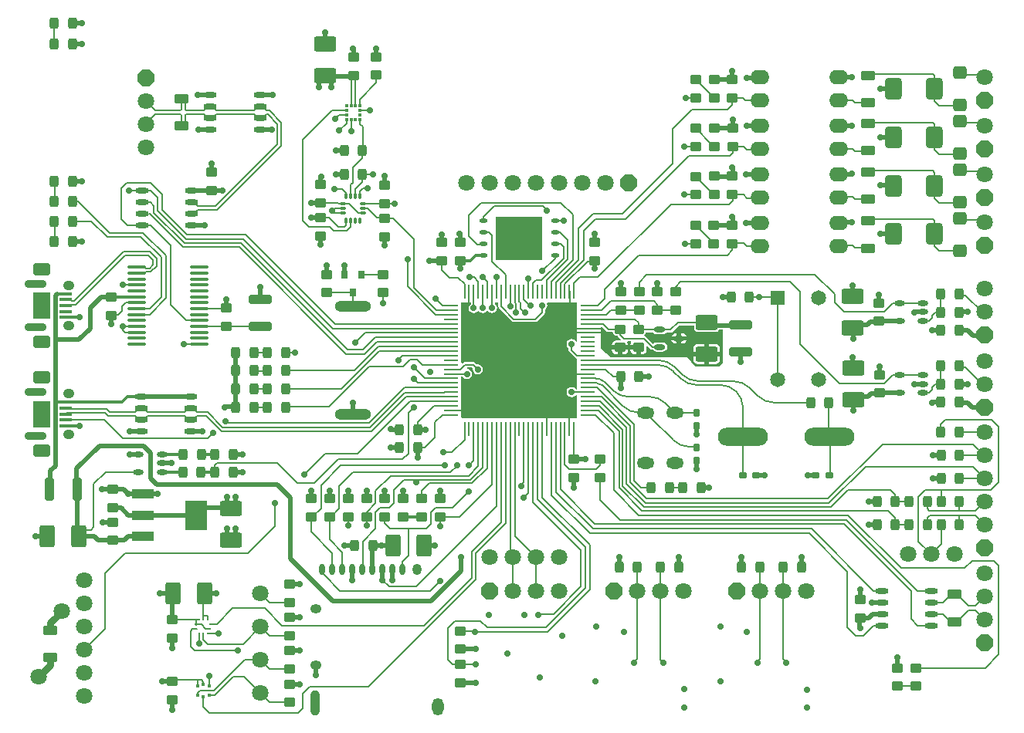
<source format=gtl>
G04*
G04 #@! TF.GenerationSoftware,Altium Limited,Altium Designer,19.0.12 (326)*
G04*
G04 Layer_Physical_Order=1*
G04 Layer_Color=255*
%FSLAX42Y42*%
%MOMM*%
G71*
G01*
G75*
%ADD12C,0.20*%
%ADD78C,0.50*%
G04:AMPARAMS|DCode=79|XSize=1mm|YSize=1.25mm|CornerRadius=0.25mm|HoleSize=0mm|Usage=FLASHONLY|Rotation=270.000|XOffset=0mm|YOffset=0mm|HoleType=Round|Shape=RoundedRectangle|*
%AMROUNDEDRECTD79*
21,1,1.00,0.75,0,0,270.0*
21,1,0.50,1.25,0,0,270.0*
1,1,0.50,-0.38,-0.25*
1,1,0.50,-0.38,0.25*
1,1,0.50,0.38,0.25*
1,1,0.50,0.38,-0.25*
%
%ADD79ROUNDEDRECTD79*%
%ADD80O,2.10X1.55*%
G04:AMPARAMS|DCode=81|XSize=1mm|YSize=1.6mm|CornerRadius=0.25mm|HoleSize=0mm|Usage=FLASHONLY|Rotation=270.000|XOffset=0mm|YOffset=0mm|HoleType=Round|Shape=RoundedRectangle|*
%AMROUNDEDRECTD81*
21,1,1.00,1.10,0,0,270.0*
21,1,0.50,1.60,0,0,270.0*
1,1,0.50,-0.55,-0.25*
1,1,0.50,-0.55,0.25*
1,1,0.50,0.55,0.25*
1,1,0.50,0.55,-0.25*
%
%ADD81ROUNDEDRECTD81*%
G04:AMPARAMS|DCode=82|XSize=1.91mm|YSize=2.41mm|CornerRadius=0.48mm|HoleSize=0mm|Usage=FLASHONLY|Rotation=0.000|XOffset=0mm|YOffset=0mm|HoleType=Round|Shape=RoundedRectangle|*
%AMROUNDEDRECTD82*
21,1,1.91,1.46,0,0,0.0*
21,1,0.95,2.41,0,0,0.0*
1,1,0.95,0.48,-0.73*
1,1,0.95,-0.48,-0.73*
1,1,0.95,-0.48,0.73*
1,1,0.95,0.48,0.73*
%
%ADD82ROUNDEDRECTD82*%
G04:AMPARAMS|DCode=83|XSize=1.4mm|YSize=1.52mm|CornerRadius=0.35mm|HoleSize=0mm|Usage=FLASHONLY|Rotation=90.000|XOffset=0mm|YOffset=0mm|HoleType=Round|Shape=RoundedRectangle|*
%AMROUNDEDRECTD83*
21,1,1.40,0.83,0,0,90.0*
21,1,0.70,1.52,0,0,90.0*
1,1,0.70,0.41,0.35*
1,1,0.70,0.41,-0.35*
1,1,0.70,-0.41,-0.35*
1,1,0.70,-0.41,0.35*
%
%ADD83ROUNDEDRECTD83*%
G04:AMPARAMS|DCode=84|XSize=1.65mm|YSize=2.4mm|CornerRadius=0.21mm|HoleSize=0mm|Usage=FLASHONLY|Rotation=90.000|XOffset=0mm|YOffset=0mm|HoleType=Round|Shape=RoundedRectangle|*
%AMROUNDEDRECTD84*
21,1,1.65,1.99,0,0,90.0*
21,1,1.24,2.40,0,0,90.0*
1,1,0.41,0.99,0.62*
1,1,0.41,0.99,-0.62*
1,1,0.41,-0.99,-0.62*
1,1,0.41,-0.99,0.62*
%
%ADD84ROUNDEDRECTD84*%
%ADD85O,1.15X0.60*%
G04:AMPARAMS|DCode=86|XSize=1mm|YSize=1.25mm|CornerRadius=0.25mm|HoleSize=0mm|Usage=FLASHONLY|Rotation=0.000|XOffset=0mm|YOffset=0mm|HoleType=Round|Shape=RoundedRectangle|*
%AMROUNDEDRECTD86*
21,1,1.00,0.75,0,0,0.0*
21,1,0.50,1.25,0,0,0.0*
1,1,0.50,0.25,-0.38*
1,1,0.50,-0.25,-0.38*
1,1,0.50,-0.25,0.38*
1,1,0.50,0.25,0.38*
%
%ADD86ROUNDEDRECTD86*%
%ADD87O,1.25X0.60*%
G04:AMPARAMS|DCode=88|XSize=1mm|YSize=2.5mm|CornerRadius=0.25mm|HoleSize=0mm|Usage=FLASHONLY|Rotation=90.000|XOffset=0mm|YOffset=0mm|HoleType=Round|Shape=RoundedRectangle|*
%AMROUNDEDRECTD88*
21,1,1.00,2.00,0,0,90.0*
21,1,0.50,2.50,0,0,90.0*
1,1,0.50,1.00,0.25*
1,1,0.50,1.00,-0.25*
1,1,0.50,-1.00,-0.25*
1,1,0.50,-1.00,0.25*
%
%ADD88ROUNDEDRECTD88*%
G04:AMPARAMS|DCode=89|XSize=0.8mm|YSize=0.75mm|CornerRadius=0.19mm|HoleSize=0mm|Usage=FLASHONLY|Rotation=180.000|XOffset=0mm|YOffset=0mm|HoleType=Round|Shape=RoundedRectangle|*
%AMROUNDEDRECTD89*
21,1,0.80,0.38,0,0,180.0*
21,1,0.43,0.75,0,0,180.0*
1,1,0.38,-0.21,0.19*
1,1,0.38,0.21,0.19*
1,1,0.38,0.21,-0.19*
1,1,0.38,-0.21,-0.19*
%
%ADD89ROUNDEDRECTD89*%
%ADD90O,5.50X2.00*%
G04:AMPARAMS|DCode=91|XSize=0.8mm|YSize=0.75mm|CornerRadius=0.19mm|HoleSize=0mm|Usage=FLASHONLY|Rotation=90.000|XOffset=0mm|YOffset=0mm|HoleType=Round|Shape=RoundedRectangle|*
%AMROUNDEDRECTD91*
21,1,0.80,0.38,0,0,90.0*
21,1,0.43,0.75,0,0,90.0*
1,1,0.38,0.19,0.21*
1,1,0.38,0.19,-0.21*
1,1,0.38,-0.19,-0.21*
1,1,0.38,-0.19,0.21*
%
%ADD91ROUNDEDRECTD91*%
%ADD92O,1.90X1.30*%
%ADD93O,1.45X0.60*%
G04:AMPARAMS|DCode=94|XSize=1.65mm|YSize=2.4mm|CornerRadius=0.21mm|HoleSize=0mm|Usage=FLASHONLY|Rotation=0.000|XOffset=0mm|YOffset=0mm|HoleType=Round|Shape=RoundedRectangle|*
%AMROUNDEDRECTD94*
21,1,1.65,1.99,0,0,0.0*
21,1,1.24,2.40,0,0,0.0*
1,1,0.41,0.62,-0.99*
1,1,0.41,-0.62,-0.99*
1,1,0.41,-0.62,0.99*
1,1,0.41,0.62,0.99*
%
%ADD94ROUNDEDRECTD94*%
%ADD95O,1.55X0.25*%
%ADD96O,0.25X1.55*%
%ADD97O,4.00X1.20*%
%ADD98R,0.35X0.40*%
%ADD99R,0.40X0.35*%
%ADD100R,0.25X0.28*%
%ADD101R,0.28X0.25*%
G04:AMPARAMS|DCode=102|XSize=0.25mm|YSize=0.28mm|CornerRadius=0mm|HoleSize=0mm|Usage=FLASHONLY|Rotation=90.000|XOffset=0mm|YOffset=0mm|HoleType=Round|Shape=Octagon|*
%AMOCTAGOND102*
4,1,8,-0.14,-0.06,-0.14,0.06,-0.08,0.13,0.08,0.13,0.14,0.06,0.14,-0.06,0.08,-0.13,-0.08,-0.13,-0.14,-0.06,0.0*
%
%ADD102OCTAGOND102*%

%ADD103R,2.40X1.00*%
%ADD104R,2.40X3.30*%
G04:AMPARAMS|DCode=105|XSize=1mm|YSize=2.5mm|CornerRadius=0.25mm|HoleSize=0mm|Usage=FLASHONLY|Rotation=180.000|XOffset=0mm|YOffset=0mm|HoleType=Round|Shape=RoundedRectangle|*
%AMROUNDEDRECTD105*
21,1,1.00,2.00,0,0,180.0*
21,1,0.50,2.50,0,0,180.0*
1,1,0.50,-0.25,1.00*
1,1,0.50,0.25,1.00*
1,1,0.50,0.25,-1.00*
1,1,0.50,-0.25,-1.00*
%
%ADD105ROUNDEDRECTD105*%
%ADD106R,0.30X0.30*%
%ADD107O,0.95X0.45*%
%ADD108R,5.16X4.80*%
%ADD109O,0.75X0.30*%
%ADD110O,0.30X0.75*%
%ADD111R,0.80X0.90*%
%ADD112O,2.10X0.35*%
%ADD113R,1.90X2.90*%
%ADD114R,1.35X0.40*%
%ADD115O,0.70X1.20*%
%ADD116O,1.20X1.00*%
%ADD117O,1.00X1.20*%
%ADD118O,1.00X2.80*%
%ADD119O,1.30X1.90*%
%ADD120C,0.30*%
%ADD121C,0.75*%
%ADD122R,1.65X1.65*%
%ADD123C,1.65*%
%ADD124C,1.80*%
%ADD125P,1.95X8X292.5*%
%ADD126O,2.42X0.85*%
G04:AMPARAMS|DCode=127|XSize=1.9mm|YSize=1.38mm|CornerRadius=0.34mm|HoleSize=0mm|Usage=FLASHONLY|Rotation=180.000|XOffset=0mm|YOffset=0mm|HoleType=Round|Shape=RoundedRectangle|*
%AMROUNDEDRECTD127*
21,1,1.90,0.69,0,0,180.0*
21,1,1.21,1.38,0,0,180.0*
1,1,0.69,-0.61,0.34*
1,1,0.69,0.61,0.34*
1,1,0.69,0.61,-0.34*
1,1,0.69,-0.61,-0.34*
%
%ADD127ROUNDEDRECTD127*%
%ADD128O,1.25X1.05*%
%ADD129P,1.95X8X22.5*%
%ADD130C,0.70*%
G36*
X4924Y4635D02*
Y4618D01*
X4915Y4612D01*
X4903Y4594D01*
X4899Y4572D01*
X4903Y4551D01*
X4915Y4533D01*
X4934Y4521D01*
X4955Y4516D01*
X4976Y4521D01*
X4995Y4533D01*
X4999Y4539D01*
X5011D01*
X5015Y4533D01*
X5034Y4521D01*
X5055Y4516D01*
X5076Y4521D01*
X5095Y4533D01*
X5099Y4539D01*
X5111D01*
X5115Y4533D01*
X5134Y4521D01*
X5155Y4516D01*
X5176Y4521D01*
X5195Y4533D01*
X5207Y4551D01*
X5211Y4572D01*
X5207Y4594D01*
X5195Y4612D01*
X5186Y4618D01*
Y4635D01*
X5224D01*
Y4589D01*
X5224Y4589D01*
X5227Y4577D01*
X5233Y4567D01*
X5372Y4428D01*
X5382Y4422D01*
X5394Y4419D01*
X5631D01*
X5631Y4419D01*
X5642Y4422D01*
X5652Y4428D01*
X5727Y4503D01*
X5733Y4513D01*
X5736Y4524D01*
X5736Y4524D01*
Y4554D01*
X5745Y4560D01*
X5757Y4579D01*
X5761Y4600D01*
X5757Y4621D01*
X5755Y4624D01*
X5761Y4635D01*
X6090D01*
X6090Y4207D01*
X6077Y4203D01*
X6068Y4217D01*
X6050Y4229D01*
X6028Y4234D01*
X6007Y4229D01*
X5988Y4217D01*
X5976Y4199D01*
X5972Y4177D01*
X5976Y4156D01*
X5988Y4138D01*
X5997Y4132D01*
Y4111D01*
X5997Y4111D01*
X6000Y4100D01*
X6006Y4090D01*
X6068Y4028D01*
X6078Y4022D01*
X6090Y4019D01*
X6090Y4007D01*
X6090Y3681D01*
X6074D01*
X6068Y3690D01*
X6050Y3702D01*
X6028Y3706D01*
X6007Y3702D01*
X5988Y3690D01*
X5976Y3671D01*
X5972Y3650D01*
X5976Y3629D01*
X5988Y3610D01*
X6007Y3598D01*
X6028Y3594D01*
X6050Y3598D01*
X6068Y3610D01*
X6074Y3619D01*
X6090D01*
X6090Y3367D01*
X4829Y3364D01*
X4820Y3372D01*
X4820Y3819D01*
X4834D01*
X4840Y3810D01*
X4859Y3798D01*
X4880Y3794D01*
X4901Y3798D01*
X4920Y3810D01*
X4932Y3829D01*
X4936Y3850D01*
X4932Y3871D01*
X4920Y3890D01*
X4901Y3902D01*
X4889Y3904D01*
X4883Y3918D01*
X4884Y3919D01*
X4937D01*
X4946Y3911D01*
X4944Y3900D01*
X4948Y3879D01*
X4960Y3860D01*
X4979Y3848D01*
X5000Y3844D01*
X5021Y3848D01*
X5040Y3860D01*
X5052Y3879D01*
X5056Y3900D01*
X5052Y3921D01*
X5040Y3940D01*
X5021Y3952D01*
X5000Y3956D01*
X4989Y3954D01*
X4972Y3972D01*
X4962Y3978D01*
X4950Y3981D01*
X4950Y3981D01*
X4860D01*
X4848Y3978D01*
X4838Y3972D01*
X4838Y3972D01*
X4832Y3965D01*
X4820Y3970D01*
X4820Y4635D01*
X4924D01*
D02*
G37*
G36*
X7369Y4351D02*
X7372Y4335D01*
X7381Y4321D01*
X7395Y4312D01*
X7411Y4309D01*
X7609D01*
X7625Y4312D01*
X7639Y4321D01*
X7647Y4334D01*
X7683D01*
X7683Y3973D01*
X7643Y3933D01*
X7383Y3932D01*
X7296Y4032D01*
X6459Y4032D01*
X6350Y4130D01*
X6350Y4359D01*
X6363Y4364D01*
X6408Y4318D01*
X6418Y4312D01*
X6430Y4309D01*
X6478D01*
X6480Y4297D01*
X6490Y4283D01*
X6505Y4273D01*
X6522Y4269D01*
X6532D01*
X6532Y4268D01*
X6538Y4258D01*
X6568Y4229D01*
X6562Y4216D01*
X6522D01*
X6503Y4212D01*
X6486Y4201D01*
X6475Y4185D01*
X6471Y4165D01*
D01*
X6560D01*
X6649D01*
X6645Y4185D01*
X6638Y4195D01*
X6645Y4208D01*
X6675D01*
X6682Y4195D01*
X6675Y4185D01*
X6671Y4165D01*
Y4165D01*
X6760D01*
Y4140D01*
X6785D01*
Y4064D01*
X6797D01*
X6817Y4068D01*
X6834Y4079D01*
X6845Y4095D01*
X6849Y4115D01*
Y4147D01*
X6862Y4153D01*
X6891Y4123D01*
X6891Y4123D01*
X6901Y4117D01*
X6912Y4114D01*
X6912Y4114D01*
X6923D01*
X6926Y4109D01*
X6943Y4098D01*
X6962Y4094D01*
X7028D01*
X7047Y4098D01*
X7064Y4109D01*
X7075Y4125D01*
X7078Y4145D01*
X7075Y4165D01*
X7064Y4181D01*
X7047Y4192D01*
X7028Y4196D01*
X6962D01*
X6943Y4192D01*
X6926Y4181D01*
X6920Y4180D01*
X6841Y4260D01*
X6831Y4267D01*
X6829Y4267D01*
X6827Y4280D01*
X6830Y4283D01*
X6840Y4297D01*
X6841Y4304D01*
X6923D01*
X6926Y4299D01*
X6943Y4288D01*
X6962Y4284D01*
X7028D01*
X7047Y4288D01*
X7064Y4299D01*
X7067Y4304D01*
X7113D01*
X7113Y4304D01*
X7125Y4306D01*
X7135Y4312D01*
X7204Y4382D01*
X7369D01*
Y4351D01*
D02*
G37*
%LPC*%
G36*
X7238Y4296D02*
X7230D01*
Y4265D01*
X7287D01*
X7277Y4280D01*
X7259Y4292D01*
X7238Y4296D01*
D02*
G37*
G36*
X7180D02*
X7172D01*
X7151Y4292D01*
X7133Y4280D01*
X7123Y4265D01*
X7180D01*
Y4296D01*
D02*
G37*
G36*
X7287Y4215D02*
X7230D01*
Y4184D01*
X7238D01*
X7259Y4188D01*
X7277Y4200D01*
X7287Y4215D01*
D02*
G37*
G36*
X7180D02*
X7123D01*
X7133Y4200D01*
X7151Y4188D01*
X7172Y4184D01*
X7180D01*
Y4215D01*
D02*
G37*
G36*
X7609Y4176D02*
X7535D01*
Y4092D01*
X7656D01*
Y4129D01*
X7653Y4147D01*
X7643Y4163D01*
X7627Y4173D01*
X7609Y4176D01*
D02*
G37*
G36*
X7485D02*
X7411D01*
X7393Y4173D01*
X7377Y4163D01*
X7367Y4147D01*
X7364Y4129D01*
Y4092D01*
X7485D01*
Y4176D01*
D02*
G37*
G36*
X6735Y4115D02*
X6671D01*
X6675Y4095D01*
X6686Y4079D01*
X6703Y4068D01*
X6722Y4064D01*
X6735D01*
Y4115D01*
D02*
G37*
G36*
X6649Y4115D02*
X6585D01*
Y4064D01*
X6597D01*
X6617Y4068D01*
X6634Y4079D01*
X6645Y4095D01*
X6649Y4115D01*
D01*
D02*
G37*
G36*
X6535D02*
X6471D01*
X6475Y4095D01*
X6486Y4079D01*
X6503Y4068D01*
X6522Y4064D01*
X6535D01*
Y4115D01*
D02*
G37*
G36*
X7656Y4042D02*
X7535D01*
Y3959D01*
X7609D01*
X7627Y3962D01*
X7643Y3972D01*
X7653Y3988D01*
X7656Y4006D01*
Y4042D01*
D02*
G37*
G36*
X7485D02*
X7364D01*
Y4006D01*
X7367Y3988D01*
X7377Y3972D01*
X7393Y3962D01*
X7411Y3959D01*
X7485D01*
Y4042D01*
D02*
G37*
%LPD*%
D12*
X7538Y2602D02*
G03*
X7535Y2601I0J-4D01*
G01*
X7141Y3124D02*
G03*
X7320Y3050I180J180D01*
G01*
X6588Y3499D02*
G03*
X6768Y3425I180J180D01*
G01*
X6362Y3725D02*
G03*
X6303Y3750I-60J-60D01*
G01*
X6340Y3792D02*
G03*
X6295Y3800I-45J-129D01*
G01*
X6391Y3760D02*
G03*
X6340Y3792I-96J-96D01*
G01*
X6295Y3800D02*
G03*
X6284Y3800I-11J-205D01*
G01*
X6543Y3627D02*
G03*
X6656Y3600I113J227D01*
G01*
X6476Y3675D02*
G03*
X6543Y3627I180J180D01*
G01*
X7059Y3526D02*
G03*
X6879Y3600I-180J-180D01*
G01*
X7908Y3160D02*
G03*
X7904Y3149I11J-11D01*
G01*
X7908Y3476D02*
G03*
X7654Y3730I-254J0D01*
G01*
X7147Y3876D02*
G03*
X6967Y3950I-180J-180D01*
G01*
X7218Y3804D02*
G03*
X7398Y3730I180J180D01*
G01*
X8850Y3180D02*
G03*
X8860Y3156I35J0D01*
G01*
X7982Y3696D02*
G03*
X7803Y3770I-180J-180D01*
G01*
X8068Y3610D02*
G03*
X8248Y3536I180J180D01*
G01*
X7160Y3926D02*
G03*
X6980Y4000I-180J-180D01*
G01*
X7241Y3844D02*
G03*
X7421Y3770I180J180D01*
G01*
X2040Y3140D02*
X2100Y3200D01*
X1110Y3140D02*
X2040D01*
X905Y3345D02*
X1110Y3140D01*
X4202Y3645D02*
X4631D01*
X4218Y3605D02*
X4631D01*
X3821Y3264D02*
X4202Y3645D01*
X3837Y3224D02*
X4218Y3605D01*
X2204Y3264D02*
X3821D01*
X2188Y3224D02*
X3837D01*
X2038Y3430D02*
X2204Y3264D01*
X2022Y3390D02*
X2188Y3224D01*
X1920Y3430D02*
X2038D01*
X1920Y3390D02*
X2022D01*
X1903Y3447D02*
X1920Y3430D01*
X1903Y3373D02*
X1920Y3390D01*
X1375Y3430D02*
X1785D01*
X1375Y3390D02*
X1785D01*
X1802Y3373D01*
X1358D02*
X1375Y3390D01*
X1785Y3430D02*
X1802Y3447D01*
X1358D02*
X1375Y3430D01*
X960D02*
X1240D01*
X943Y3390D02*
X1240D01*
X928Y3462D02*
X960Y3430D01*
X911Y3422D02*
X943Y3390D01*
X552Y3462D02*
X928D01*
X552Y3422D02*
X911D01*
X1240Y3390D02*
X1257Y3373D01*
X1240Y3430D02*
X1257Y3447D01*
X1362Y5010D02*
X1400D01*
X1362Y4970D02*
X1416D01*
X1400Y5010D02*
X1438Y5049D01*
X1416Y4970D02*
X1478Y5032D01*
X1438Y5049D02*
Y5102D01*
X1478Y5032D02*
Y5118D01*
X1390Y5150D02*
X1438Y5102D01*
X1407Y5190D02*
X1478Y5118D01*
X1131Y5150D02*
X1390D01*
X1115Y5190D02*
X1407D01*
X594Y4612D02*
X1131Y5150D01*
X577Y4652D02*
X1115Y5190D01*
X552Y4612D02*
X594D01*
X552Y4652D02*
X577D01*
X1750Y6870D02*
X1751D01*
X1790Y6831D01*
X1750Y6570D02*
X1751D01*
X1790Y6609D01*
X1360Y6847D02*
X1467Y6740D01*
X1559D02*
X1559Y6740D01*
X920Y2775D02*
X1280D01*
X1821Y3474D02*
X1884D01*
X1903Y3455D01*
Y3447D02*
Y3455D01*
X1821Y3347D02*
X1884D01*
X1903Y3365D01*
Y3373D01*
X1339Y3474D02*
X1358Y3455D01*
Y3447D02*
Y3455D01*
X1802Y3447D02*
Y3455D01*
X1821Y3474D01*
X1339Y3347D02*
X1358Y3365D01*
Y3373D01*
X1802Y3365D02*
Y3373D01*
Y3365D02*
X1821Y3347D01*
X483Y3475D02*
X493Y3465D01*
X549D01*
X552Y3462D01*
X1257Y3447D02*
Y3455D01*
X1276Y3474D01*
X1339D01*
X483Y3410D02*
X493Y3420D01*
X549D01*
X552Y3422D01*
X1257Y3365D02*
Y3373D01*
Y3365D02*
X1276Y3347D01*
X1339D01*
X1349Y4957D02*
X1362Y4970D01*
X1257Y4957D02*
X1349D01*
Y5022D02*
X1362Y5010D01*
X1257Y5022D02*
X1349D01*
X483Y4665D02*
X493Y4655D01*
X549D01*
X552Y4652D01*
X483Y4600D02*
X493Y4610D01*
X549D01*
X552Y4612D01*
X4631Y3645D02*
X4636Y3650D01*
X4631Y3605D02*
X4636Y3600D01*
X4702D01*
X1530Y4695D02*
Y5130D01*
X1305Y5355D02*
X1530Y5130D01*
X935Y5355D02*
X1305D01*
X1580Y4683D02*
Y5150D01*
X1330Y5400D02*
X1580Y5150D01*
X963Y5400D02*
X1330D01*
X8860Y3156D02*
Y3156D01*
X6485Y3817D02*
X6568D01*
X4340Y3240D02*
X4341Y3241D01*
X4340Y3240D02*
X4340Y3240D01*
X7535Y2600D02*
X7535Y2601D01*
X3478Y6520D02*
X3560Y6601D01*
X3550Y5531D02*
X3555Y5526D01*
X3163Y5727D02*
X3170Y5720D01*
X3177Y5727D01*
X1992Y440D02*
Y470D01*
X4530Y3321D02*
X4609Y3400D01*
X4530Y3154D02*
Y3321D01*
X4416Y3040D02*
X4530Y3154D01*
X6006Y4683D02*
Y4759D01*
X5939Y4321D02*
X5948D01*
X1107Y4830D02*
X1110Y4827D01*
X1950Y4560D02*
X1957Y4567D01*
X1110Y4375D02*
X1113Y4372D01*
X4340Y3040D02*
X4416D01*
X4490Y2205D02*
Y2333D01*
X4435Y2150D02*
X4490Y2205D01*
Y2333D02*
X4537Y2380D01*
X4200Y3700D02*
X4702D01*
X3810Y3310D02*
X4200Y3700D01*
X2250Y3310D02*
X3810D01*
X2231Y3329D02*
X2250Y3310D01*
X4189Y1740D02*
X4190D01*
X4175Y1754D02*
X4189Y1740D01*
X4784Y666D02*
X4840D01*
X4870Y663D02*
X4984D01*
X4726D02*
X4810D01*
X5032Y1138D02*
X5100Y1070D01*
X4745Y1138D02*
X5032D01*
X3741Y5887D02*
X3765D01*
X3705Y5851D02*
X3741Y5887D01*
X3705Y5800D02*
Y5851D01*
X3845Y6039D02*
X3847Y6041D01*
X3735Y6039D02*
X3845D01*
X520Y3280D02*
X520Y3280D01*
X483Y3280D02*
X520D01*
X10380Y1257D02*
X10451D01*
X10555Y1153D01*
X10225Y1130D02*
X10253D01*
X10532Y1130D02*
X10555Y1153D01*
X10253Y1130D02*
X10380Y1257D01*
X10197Y1130D02*
X10225D01*
X10546Y1416D02*
X10555Y1407D01*
X10189Y1430D02*
X10225D01*
X10253D01*
X10451Y1303D02*
X10555Y1407D01*
X10380Y1303D02*
X10451D01*
X10253Y1430D02*
X10380Y1303D01*
X10102Y1344D02*
X10189Y1430D01*
X9973Y1344D02*
X9978Y1338D01*
X10096Y1216D02*
X10188Y1125D01*
X9973Y1216D02*
X10096D01*
X9973Y1344D02*
X10102D01*
X483Y3345D02*
X905D01*
X2221Y3329D02*
X2231D01*
X4636Y3650D02*
X4686D01*
X764Y5526D02*
X935Y5355D01*
X557Y5526D02*
X764D01*
X1402Y4567D02*
X1530Y4695D01*
X618Y5745D02*
X963Y5400D01*
X1400Y4502D02*
X1580Y4683D01*
X2581Y6784D02*
X2645D01*
X2663Y6765D01*
Y6757D02*
Y6765D01*
X2546Y6740D02*
X2563Y6757D01*
X2135Y6740D02*
X2546D01*
X2563Y6765D02*
X2581Y6784D01*
X2118Y6757D02*
X2135Y6740D01*
X2563Y6757D02*
Y6765D01*
X1915Y5627D02*
Y5634D01*
X2713Y6740D02*
X2845Y6608D01*
X1915Y5634D02*
X1932Y5652D01*
X2845Y6355D02*
Y6608D01*
X2680Y6740D02*
X2713D01*
X2100Y6784D02*
X2118Y6765D01*
Y6757D02*
Y6765D01*
X1932Y5652D02*
X2142D01*
X2036Y6784D02*
X2100D01*
X1802Y6740D02*
X2001D01*
X2018Y6757D01*
Y6765D02*
X2036Y6784D01*
X1750Y6752D02*
Y6870D01*
X1790Y6752D02*
X1802Y6740D01*
X2018Y6757D02*
Y6765D01*
X1790Y6752D02*
Y6831D01*
X1559Y6740D02*
X1738D01*
X1750Y6752D01*
X1467Y6740D02*
X1559D01*
X1932Y5692D02*
X2125D01*
X2663Y6675D02*
Y6683D01*
X2645Y6657D02*
X2663Y6675D01*
X1915Y5709D02*
Y5717D01*
X2581Y6657D02*
X2645D01*
X2118Y6675D02*
Y6683D01*
X2135Y6700D02*
X2546D01*
X2100Y6657D02*
X2118Y6675D01*
X2546Y6700D02*
X2563Y6683D01*
Y6675D02*
Y6683D01*
X2663D02*
X2680Y6700D01*
X2805Y6372D02*
Y6591D01*
X2125Y5692D02*
X2805Y6372D01*
X2563Y6675D02*
X2581Y6657D01*
X2118Y6683D02*
X2135Y6700D01*
X2697D02*
X2805Y6591D01*
X1802Y6700D02*
X2001D01*
X2018Y6675D02*
X2036Y6657D01*
X2100D01*
X1575Y6700D02*
X1575Y6700D01*
X2018Y6675D02*
Y6683D01*
X1467Y6700D02*
X1575D01*
X2001Y6700D02*
X2018Y6683D01*
X1575Y6700D02*
X1738D01*
X1790Y6609D02*
Y6688D01*
X1802Y6700D01*
X1750Y6570D02*
Y6688D01*
X1360Y6593D02*
X1467Y6700D01*
X1738Y6700D02*
X1750Y6688D01*
X1865Y5735D02*
X1897D01*
X1915Y5717D01*
Y5709D02*
X1932Y5692D01*
X2680Y6700D02*
X2697D01*
X1865Y5608D02*
X1897D01*
X1915Y5627D01*
X2142Y5652D02*
X2845Y6355D01*
X2663Y6757D02*
X2680Y6740D01*
X1630Y4610D02*
Y5260D01*
X1409Y5481D02*
X1630Y5260D01*
X1320Y5481D02*
X1409D01*
X1150Y5950D02*
X1410D01*
X1090Y5890D02*
X1150Y5950D01*
X1090Y5550D02*
Y5890D01*
X1159Y5481D02*
X1320D01*
X1090Y5550D02*
X1159Y5481D01*
X1410Y5950D02*
X1540Y5820D01*
Y5650D02*
Y5820D01*
Y5650D02*
X1810Y5380D01*
X2455D02*
X3435Y4400D01*
X1810Y5380D02*
X2455D01*
X3410Y4350D02*
X4710D01*
X1416Y5862D02*
X1490Y5789D01*
Y5640D02*
Y5789D01*
Y5640D02*
X1799Y5331D01*
X2429D01*
X1409Y5735D02*
X1450Y5694D01*
Y5620D02*
Y5694D01*
Y5620D02*
X1785Y5285D01*
X2405D01*
X1767Y5243D02*
X2383D01*
X1402Y5608D02*
X1767Y5243D01*
X1392Y5608D02*
X1402D01*
X1320Y5862D02*
X1416D01*
X1320Y5735D02*
X1409D01*
X1173Y5862D02*
X1320D01*
X5955Y2853D02*
X6003Y2805D01*
X5955Y2853D02*
Y3247D01*
X6003Y2805D02*
X6299D01*
X6338Y2845D01*
Y2906D01*
X6344Y2912D01*
X6343Y2463D02*
Y2712D01*
Y2463D02*
X6557Y2250D01*
X8088Y4689D02*
X8279D01*
X8285Y4684D01*
Y3784D02*
Y4684D01*
Y3784D02*
X8291Y3790D01*
X4673Y1065D02*
X4745Y1138D01*
X4673Y717D02*
Y1065D01*
X5750Y1070D02*
X6180Y1500D01*
X5100Y1070D02*
X5750D01*
X2060Y320D02*
X2064Y325D01*
X4871Y1029D02*
X4984D01*
X5767Y1022D02*
X6226Y1481D01*
X4967Y1022D02*
X5767D01*
X4967D02*
X4984Y1039D01*
X5680Y1220D02*
X5683Y1216D01*
X5831D01*
X9143Y980D02*
X9230D01*
X9050Y1073D02*
X9143Y980D01*
X9050Y1073D02*
Y1683D01*
X3550Y5800D02*
X3555Y5805D01*
X4933Y1615D02*
Y1900D01*
X4408Y1090D02*
X4933Y1615D01*
X2852Y1090D02*
X4408D01*
X4975Y1591D02*
Y1880D01*
X3802Y418D02*
X4975Y1591D01*
X3158Y418D02*
X3802D01*
X5205Y2402D02*
Y3247D01*
X4323Y1520D02*
X5205Y2402D01*
X4026Y1520D02*
X4323D01*
X4340Y3750D02*
X4708D01*
X3019Y2650D02*
X3205D01*
X2799Y2870D02*
X3019Y2650D01*
X2434Y2870D02*
X2799D01*
X2434Y2870D02*
X2434Y2870D01*
X2140Y2870D02*
X2434D01*
X2116Y2846D02*
X2140Y2870D01*
X2116Y2807D02*
Y2846D01*
Y2807D02*
X2118Y2805D01*
X3887Y7331D02*
X3889Y7329D01*
Y7328D02*
Y7329D01*
X3333Y7125D02*
X3366D01*
X3610Y7099D02*
X3629Y7118D01*
X3366Y7125D02*
X3374Y7118D01*
X3660Y6790D02*
Y7102D01*
X3637Y7125D02*
X3660Y7102D01*
Y6790D02*
X3660Y6790D01*
X3610D02*
Y7099D01*
X3889Y7043D02*
Y7128D01*
X3710Y6864D02*
X3889Y7043D01*
X3710Y6790D02*
Y6864D01*
Y6740D02*
X3816D01*
X3440Y6650D02*
X3480Y6690D01*
X3560D01*
Y6601D02*
Y6640D01*
X3610Y6510D02*
Y6640D01*
X3708Y6640D02*
X3710Y6637D01*
X3737Y6301D02*
Y6567D01*
X3710Y6593D02*
X3737Y6567D01*
X3710Y6593D02*
Y6637D01*
X3735Y6299D02*
X3737Y6301D01*
X3708Y6640D02*
X3708Y6640D01*
X3710D01*
X4548Y4550D02*
X4708D01*
X3893Y5567D02*
X3975D01*
X4300Y4797D02*
Y5330D01*
Y4797D02*
X4548Y4550D01*
X4070Y5560D02*
X4300Y5330D01*
X3975Y5560D02*
X4070D01*
X3740Y5717D02*
X3975D01*
X3976Y5717D01*
X4086D02*
X4087Y5717D01*
X3976Y5717D02*
X4086D01*
X4087Y5717D02*
X4088Y5717D01*
X4088D01*
X3975Y5560D02*
Y5567D01*
X3278Y5267D02*
Y5275D01*
Y5256D02*
Y5267D01*
X3630Y6112D02*
X3735Y6217D01*
Y6299D01*
X3630Y5950D02*
Y6112D01*
X3605Y5925D02*
X3630Y5950D01*
X3605Y5814D02*
Y5925D01*
Y5814D02*
X3609Y5810D01*
X3605Y5806D02*
X3609Y5810D01*
X3605Y5800D02*
Y5806D01*
X3735Y5958D02*
Y6039D01*
X3655Y5878D02*
X3735Y5958D01*
X3655Y5800D02*
Y5878D01*
Y5792D02*
Y5800D01*
X3653Y5790D02*
X3655Y5792D01*
X3402Y6740D02*
X3560D01*
X3080Y6418D02*
X3402Y6740D01*
X3080Y5528D02*
Y6418D01*
Y5528D02*
X3148Y5460D01*
X3376D01*
X3416Y5420D01*
X3565D01*
X3605Y5460D01*
Y5534D01*
X4614Y4600D02*
X4700D01*
X4534Y4680D02*
X4614Y4600D01*
X4700D02*
X4700Y4600D01*
X4702D01*
X3515Y5880D02*
X3555Y5840D01*
X3430Y5880D02*
X3515D01*
X3555Y5805D02*
Y5840D01*
X3550Y5800D02*
X3550Y5800D01*
X3555D01*
X3160Y5727D02*
X3163D01*
X3403Y5640D02*
X3427Y5617D01*
X3520D01*
X3400Y5640D02*
X3427Y5667D01*
X3520D01*
X3470Y5460D02*
X3534D01*
X3367Y5563D02*
X3470Y5460D01*
X3278Y5563D02*
X3367D01*
X3534Y5460D02*
X3555Y5481D01*
Y5526D01*
X3550Y5531D02*
X3552Y5534D01*
X3555D01*
X3278Y5727D02*
X3465D01*
X3475Y5717D01*
X3520D01*
X3586D01*
X3686Y5617D01*
X3740D01*
X3793Y5667D02*
X3893Y5567D01*
X3740Y5667D02*
X3793D01*
X4230Y5110D02*
Y5130D01*
Y4808D02*
Y5110D01*
Y4808D02*
X4538Y4500D01*
X4702D01*
X4707Y4550D02*
X4708Y4550D01*
X4702Y4550D02*
X4707D01*
X1775Y4177D02*
X1778Y4175D01*
X1938D01*
X1940Y4177D01*
X1948D01*
X1803Y4437D02*
X1948D01*
X1630Y4610D02*
X1803Y4437D01*
X1948Y4372D02*
X2238D01*
X2240Y4375D01*
X2614D02*
X2619Y4380D01*
X2240Y4375D02*
X2614D01*
X1957Y4567D02*
X2233D01*
X2240Y4575D01*
X1948Y4562D02*
X1950Y4560D01*
X1948Y4562D02*
Y4567D01*
X3960Y4740D02*
X3961Y4739D01*
Y4626D02*
Y4739D01*
X3725Y4940D02*
X3960D01*
X3630Y4551D02*
Y4740D01*
X3340D02*
X3630D01*
Y4551D02*
X3630Y4551D01*
Y4560D01*
X3435Y4400D02*
X4664D01*
X2429Y5331D02*
X3410Y4350D01*
X3658Y4194D02*
X3764Y4300D01*
X3875Y4250D02*
X4702D01*
X2405Y5285D02*
X3570Y4120D01*
X3745D01*
X3875Y4250D01*
X3891Y4200D02*
X4702D01*
X3556Y4070D02*
X3761D01*
X3891Y4200D01*
X2383Y5243D02*
X3556Y4070D01*
X4664Y4400D02*
X4664Y4400D01*
X4702D01*
X4710Y4350D02*
X4710Y4350D01*
X4702Y4350D02*
X4710D01*
X2894Y4084D02*
X2895Y4086D01*
X3000D01*
X3764Y4300D02*
X4702D01*
X4389Y3950D02*
X4702D01*
X4334Y4005D02*
X4389Y3950D01*
X4257Y4005D02*
X4334D01*
X4179Y3927D02*
X4257Y4005D01*
X3810Y3927D02*
X4179D01*
X3910Y4150D02*
X4702D01*
X3645Y3885D02*
X3910Y4150D01*
X3920Y4100D02*
X4702D01*
X3507Y3687D02*
X3920Y4100D01*
X4177Y4050D02*
X4708D01*
X4130Y4003D02*
X4177Y4050D01*
X3370Y3487D02*
X3810Y3927D01*
X4708Y4050D02*
X4708Y4050D01*
X4702Y4050D02*
X4708D01*
X4297Y3922D02*
X4420Y3800D01*
X2894Y3885D02*
X3645D01*
X2896Y3687D02*
X3507D01*
X2895Y3685D02*
X2896Y3687D01*
X2894Y3685D02*
X2895D01*
X2896Y3487D02*
X3370D01*
X2895Y3485D02*
X2896Y3487D01*
X2894Y3485D02*
X2895D01*
X10277Y3210D02*
X10555D01*
X4259Y3550D02*
X4702D01*
X3685Y2976D02*
X4259Y3550D01*
X3326Y2976D02*
X3685D01*
X3097Y2747D02*
X3326Y2976D01*
X2780Y2180D02*
Y2430D01*
X2481Y1881D02*
X2780Y2180D01*
X1131Y1881D02*
X2481D01*
X910Y1660D02*
X1131Y1881D01*
X910Y1051D02*
Y1660D01*
X685Y826D02*
X910Y1051D01*
X4297Y3792D02*
X4340Y3750D01*
X4237Y3422D02*
X4297Y3483D01*
X4420Y3800D02*
X4680D01*
X4680Y3800D01*
X4702D01*
X2545Y3484D02*
X2693D01*
X2694Y3485D01*
X2545Y3484D02*
X2545Y3484D01*
Y3485D01*
X2545Y3685D02*
X2694D01*
X2544Y3884D02*
X2693D01*
X2694Y3885D01*
X2544Y3884D02*
X2544Y3884D01*
Y3885D01*
X2692Y4086D02*
X2694Y4084D01*
X2560Y4086D02*
X2692D01*
X2560Y4086D02*
X2560Y4086D01*
X2544Y4086D02*
X2560D01*
X4708Y3750D02*
X4708Y3750D01*
X4702Y3750D02*
X4708D01*
X4237Y2976D02*
Y3422D01*
X4174Y2912D02*
X4237Y2976D01*
X3467Y2912D02*
X4174D01*
X3205Y2650D02*
X3467Y2912D01*
X4702Y3550D02*
X4702Y3550D01*
X355Y7472D02*
Y7695D01*
X1130Y4307D02*
X1257D01*
X1107Y4330D02*
X1130Y4307D01*
X1107Y4330D02*
Y4372D01*
X1113D02*
X1257D01*
X1107Y4373D02*
X1110Y4375D01*
X1107Y4372D02*
Y4373D01*
X1110Y4827D02*
X1257D01*
X1107D02*
Y4830D01*
X1060Y4500D02*
X1100Y4540D01*
X978Y4500D02*
X1060D01*
X1100Y4540D02*
Y4594D01*
X978Y4500D02*
X978Y4500D01*
X1100Y4594D02*
X1139Y4632D01*
X1257D01*
X560Y5745D02*
X618D01*
X1257Y4502D02*
X1400D01*
X558Y5743D02*
X560Y5745D01*
X557Y5743D02*
X558D01*
X1257Y4567D02*
X1402D01*
X357Y5960D02*
X360Y5957D01*
Y5745D02*
Y5957D01*
X358Y5743D02*
X360Y5745D01*
X357Y5743D02*
X358D01*
X360Y5312D02*
Y5528D01*
X355Y5306D02*
X360Y5312D01*
X790Y2645D02*
X920Y2775D01*
X790Y2170D02*
Y2645D01*
X760Y2140D02*
X790Y2170D01*
X650Y2140D02*
X760D01*
X2324Y2965D02*
X2360D01*
X2319Y2970D02*
X2324Y2965D01*
X3080Y340D02*
X3158Y418D01*
X3080Y182D02*
Y340D01*
X3028Y130D02*
X3080Y182D01*
X2720Y612D02*
X2936D01*
X2619Y713D02*
X2720Y612D01*
X2430Y887D02*
X2619Y1076D01*
X2042Y887D02*
X2430D01*
X2719Y1343D02*
X2936D01*
X2619Y1443D02*
X2719Y1343D01*
X2443Y713D02*
X2619D01*
X2105Y375D02*
X2443Y713D01*
X4609Y3400D02*
X4702D01*
X4519Y3500D02*
X4702D01*
X4341Y3321D02*
X4519Y3500D01*
X4341Y3241D02*
Y3321D01*
X4620Y2990D02*
X4716D01*
X4855Y3129D01*
Y3247D01*
X5555Y2545D02*
Y3247D01*
X5500Y2490D02*
X5555Y2545D01*
X5480Y2632D02*
X5505Y2657D01*
X5480Y2620D02*
Y2632D01*
X5505Y2657D02*
Y3247D01*
X2664Y1278D02*
X2852Y1090D01*
X2060Y425D02*
Y538D01*
X1920Y490D02*
X1972D01*
X1665D02*
X1920D01*
X1925Y485D01*
Y425D02*
Y485D01*
X1650Y475D02*
X1665Y490D01*
X1972D02*
X1992Y470D01*
Y440D02*
X1992Y440D01*
Y443D01*
X2370Y812D02*
X2370Y812D01*
X1898Y812D02*
X2370D01*
X1850Y860D02*
X1898Y812D01*
X1850Y860D02*
Y1030D01*
X1873Y1053D01*
X1916D01*
X1916Y1053D01*
X1917D02*
X1920Y1050D01*
X1916Y1053D02*
X1917D01*
X2042Y1001D02*
X2155D01*
X1941Y910D02*
X1942Y911D01*
X1940Y910D02*
X1941D01*
X1942Y911D02*
Y1001D01*
X1940Y910D02*
X1942Y908D01*
Y888D02*
Y908D01*
X1916Y1103D02*
X1968D01*
X2018Y1053D01*
X2068D01*
X1916Y1153D02*
X1941D01*
X1650D02*
X1916D01*
Y1103D02*
Y1153D01*
X1941D02*
X1942Y1154D01*
X1992Y1210D02*
X1992Y1210D01*
Y1154D02*
Y1210D01*
X1992Y1154D02*
X1992Y1154D01*
X1992Y1210D02*
Y1290D01*
X1992Y1290D01*
X1994Y1194D02*
X2042D01*
Y1154D02*
Y1194D01*
X1992Y1290D02*
Y1433D01*
X2002Y1443D01*
X1992Y937D02*
X2042Y887D01*
X1992Y937D02*
Y1001D01*
X2068Y1103D02*
X2138D01*
X2314Y1278D01*
X2664Y1278D01*
X4933Y1900D02*
X5255Y2222D01*
Y3247D01*
X1992Y196D02*
Y308D01*
X1992Y308D01*
X1992Y196D02*
X2058Y130D01*
X3028D01*
X4975Y1880D02*
X5305Y2211D01*
Y3219D01*
X5305Y3220D02*
X5305Y3219D01*
X5305Y3220D02*
Y3247D01*
X1951Y375D02*
X2105D01*
X1926Y350D02*
X1951Y375D01*
X1926Y326D02*
Y350D01*
X1925Y325D02*
X1926Y326D01*
X2434Y531D02*
X2619Y346D01*
X2318Y531D02*
X2434D01*
X2112Y325D02*
X2318Y531D01*
X2064Y325D02*
X2112D01*
X2060Y320D02*
Y325D01*
X2619Y1076D02*
X2717Y978D01*
X2937D01*
X2715Y250D02*
X2900D01*
X2619Y346D02*
X2715Y250D01*
X4702Y3450D02*
X4843D01*
X5755Y3247D02*
Y3390D01*
X6005Y3247D02*
Y3380D01*
X8090Y1477D02*
X8096Y1471D01*
X8090Y1477D02*
Y1729D01*
X8350Y1471D02*
X8350Y1471D01*
X8350Y1471D02*
Y1730D01*
X8064Y683D02*
Y688D01*
X8096Y720D01*
Y1471D01*
X8382Y683D02*
Y688D01*
X8350Y720D02*
X8382Y688D01*
X8350Y720D02*
Y1471D01*
X7000Y1471D02*
X7000Y1471D01*
X7000Y1471D02*
Y1730D01*
X6746Y1471D02*
X6750Y1474D01*
Y1728D01*
X6750Y1728D01*
Y1729D01*
X7000Y715D02*
X7032Y683D01*
X7000Y715D02*
Y1471D01*
X6746Y723D02*
Y1471D01*
X6714Y688D02*
X6746Y720D01*
X6714Y683D02*
Y688D01*
X3226Y656D02*
X3228D01*
X5831Y1216D02*
X6132Y1517D01*
Y1918D01*
X5606Y2444D02*
X6132Y1918D01*
X5606Y2444D02*
Y3178D01*
X5606Y3178D02*
X5606Y3178D01*
X5606Y3178D02*
Y3210D01*
X5606Y3210D01*
X5605Y3211D02*
X5606Y3210D01*
X5605Y3211D02*
Y3247D01*
X6180Y1500D02*
Y1947D01*
X5655Y2472D02*
X6180Y1947D01*
X5655Y2472D02*
Y3247D01*
X5705Y2493D02*
X6226Y1972D01*
Y1481D02*
Y1972D01*
X5705Y2493D02*
Y3247D01*
X4673Y717D02*
X4726Y663D01*
X4840Y666D02*
X4848Y673D01*
X5383Y1471D02*
X5383Y1471D01*
X5383Y1471D02*
Y1840D01*
X5637Y1840D02*
X5637Y1840D01*
X5637Y1496D02*
Y1840D01*
Y1496D02*
X5637Y1496D01*
Y1471D02*
Y1496D01*
X5355Y1868D02*
X5383Y1840D01*
X5355Y1868D02*
Y3247D01*
X5406Y2071D02*
Y3250D01*
Y2071D02*
X5637Y1840D01*
X5405Y3249D02*
X5406Y3250D01*
X5405Y3247D02*
Y3249D01*
X9800Y423D02*
X9800Y423D01*
X9610Y423D02*
X9800D01*
X6200Y3400D02*
X6293D01*
X6767Y2300D02*
X9060D01*
X6492Y2575D02*
X6767Y2300D01*
X6492Y2575D02*
Y3200D01*
X9800Y623D02*
X10563D01*
X10710Y770D01*
Y1750D01*
X10660Y1800D02*
X10710Y1750D01*
X10420Y1800D02*
X10660D01*
X10340Y1720D02*
X10420Y1800D01*
X6200Y3400D02*
X6200Y3400D01*
X9640Y1720D02*
X10340D01*
X9060Y2300D02*
X9640Y1720D01*
X6293Y3400D02*
X6492Y3200D01*
X6200Y3400D02*
X6200Y3400D01*
X6207D01*
X5805Y2521D02*
X6226Y2100D01*
X5805Y2521D02*
Y3247D01*
X6226Y2100D02*
X8633D01*
X9050Y1683D01*
X9230Y980D02*
X9339Y1090D01*
X9465D01*
X5855Y2555D02*
Y3247D01*
Y2555D02*
X6260Y2150D01*
X8660D01*
X9339Y1470D01*
X9465D01*
X9821Y1090D02*
X9935D01*
X9750Y1160D02*
X9821Y1090D01*
X9750Y1160D02*
Y1470D01*
X9015Y2205D02*
X9750Y1470D01*
X6285Y2205D02*
X9015D01*
X5905Y2585D02*
X6285Y2205D01*
X5905Y2585D02*
Y3247D01*
X6557Y2250D02*
X9040Y2250D01*
X9819Y1470D02*
X9935D01*
X9040Y2250D02*
X9819Y1470D01*
X6055Y2915D02*
Y3247D01*
X6028Y3650D02*
X6028Y3650D01*
X6207D01*
X6060Y3848D02*
X6062Y3850D01*
X6207D01*
X4905Y4629D02*
Y4753D01*
X6005Y4758D02*
X6006Y4759D01*
X6005Y4590D02*
X6007Y4592D01*
Y4682D01*
X6006Y4683D02*
X6007Y4682D01*
X6006Y4759D02*
X6007Y4760D01*
X6005Y4753D02*
Y4758D01*
X5940Y4250D02*
X5990Y4300D01*
X6207D01*
X5948Y4321D02*
X5977Y4350D01*
X6207D01*
X5939Y4321D02*
X5940Y4320D01*
X5940D01*
X6360Y4350D02*
X6450Y4260D01*
X6207Y4350D02*
X6360D01*
X6400Y4300D02*
X6400Y4300D01*
X6207Y4300D02*
X6400D01*
X10080Y2575D02*
X10625D01*
X9905D02*
X10080D01*
Y2463D02*
Y2575D01*
X10077Y2460D02*
X10080Y2463D01*
X10077Y2460D02*
X10080Y2457D01*
Y2449D02*
Y2457D01*
X10625Y2575D02*
X10710Y2660D01*
X9830Y2500D02*
X9905Y2575D01*
X10634Y3346D02*
X10710Y3270D01*
X10126Y3346D02*
X10634D01*
X10077Y3297D02*
X10126Y3346D01*
X10077Y3210D02*
Y3297D01*
X10710Y2660D02*
Y3270D01*
X9830Y2010D02*
Y2500D01*
Y2010D02*
X9970Y1870D01*
X10080Y1980D02*
Y2195D01*
X9970Y1870D02*
X10080Y1980D01*
X10280Y2295D02*
X10454D01*
X9954D02*
X10280D01*
X10280Y2295D01*
Y2195D02*
Y2295D01*
X10280Y2350D02*
X10457D01*
X9950D02*
X10280D01*
Y2446D02*
X10282Y2448D01*
X10280Y2350D02*
Y2446D01*
X10282Y2449D02*
X10282Y2448D01*
X10280Y2449D02*
X10282D01*
X9930Y2370D02*
X9950Y2350D01*
X9930Y2370D02*
Y2449D01*
X9930Y2271D02*
X9954Y2295D01*
X9930Y2195D02*
Y2271D01*
X10457Y2350D02*
X10555Y2448D01*
X10454Y2295D02*
X10555Y2194D01*
X6207Y3499D02*
X6331D01*
X9576Y2449D02*
Y2524D01*
X9520Y2580D02*
X9576Y2524D01*
X9060Y2580D02*
X9520D01*
X9576Y2195D02*
Y2274D01*
X9500Y2350D02*
X9576Y2274D01*
X6800Y2350D02*
X9500D01*
X9576Y2195D02*
X9730D01*
X6550Y2600D02*
X6800Y2350D01*
X6550Y2600D02*
Y3220D01*
X6320Y3450D02*
X6550Y3220D01*
X6303Y3450D02*
X6320D01*
X6303Y3450D02*
X6303Y3450D01*
X6207Y3450D02*
X6303D01*
X9576Y2449D02*
X9730D01*
X8870Y2390D02*
X9060Y2580D01*
X6820Y2390D02*
X8870D01*
X6590Y2620D02*
X6820Y2390D01*
X6590Y2620D02*
Y3240D01*
X6331Y3499D02*
X6590Y3240D01*
X6207Y3499D02*
Y3500D01*
X10280Y2684D02*
X10298Y2702D01*
X10427Y2830D02*
X10555Y2702D01*
X9250Y2830D02*
X10427D01*
X8850Y2430D02*
X9250Y2830D01*
X10298Y2702D02*
X10555D01*
X10280Y2684D02*
Y2694D01*
X6840Y2430D02*
X8850D01*
X6630Y2640D02*
X6840Y2430D01*
X6338Y3550D02*
X6630Y3258D01*
Y2640D02*
Y3258D01*
X6219Y3550D02*
X6338D01*
X10280Y2976D02*
X10300Y2956D01*
X6673Y2658D02*
Y3280D01*
X6353Y3600D02*
X6673Y3280D01*
X6237Y3600D02*
X6353D01*
X6673Y2658D02*
X6851Y2480D01*
X6310Y3700D02*
X6715Y3295D01*
Y2674D02*
Y3295D01*
Y2674D02*
X6787Y2602D01*
X6216Y3547D02*
X6219Y3550D01*
X6213Y3550D02*
X6216Y3547D01*
X6207Y3550D02*
X6213D01*
X10300Y2956D02*
X10555D01*
X10280Y2954D02*
Y2976D01*
Y2954D02*
X10280Y2954D01*
X10431Y3080D02*
X10555Y2956D01*
X9438Y3080D02*
X10431D01*
X8838Y2480D02*
X9438Y3080D01*
X6851Y2480D02*
X8838D01*
X6207Y3600D02*
X6237D01*
X6239Y3598D02*
X6240Y3599D01*
X6237Y3600D02*
X6239Y3598D01*
X6207Y3700D02*
X6310D01*
X6787Y2602D02*
X6900D01*
X7100D02*
X7248D01*
X6768Y3425D02*
X6840D01*
X6902Y3363D02*
X7141Y3124D01*
X7320Y3050D02*
X7400D01*
X6902Y3363D02*
Y3363D01*
X6840Y3425D02*
X6902Y3363D01*
X6840Y3425D02*
X6840D01*
X7400Y3050D02*
X7400Y3050D01*
Y3045D02*
Y3050D01*
X7059Y3526D02*
X7160Y3425D01*
X7400D01*
X6362Y3725D02*
X6588Y3499D01*
X6207Y3750D02*
X6303D01*
X6207Y3750D02*
X6207Y3750D01*
X6207Y3800D02*
X6284D01*
X6656Y3600D02*
X6879D01*
X6391Y3760D02*
X6476Y3675D01*
X6402Y3900D02*
X6485Y3817D01*
X6207Y3900D02*
X6402D01*
X7904Y2740D02*
Y3149D01*
X7908Y3160D02*
Y3476D01*
X7398Y3730D02*
X7654D01*
X7147Y3876D02*
X7218Y3804D01*
X6207Y3950D02*
X6967D01*
X8860Y2740D02*
Y3156D01*
X8850Y3180D02*
Y3537D01*
X8860Y2740D02*
X8860Y2740D01*
X8855Y2740D02*
X8860D01*
X7982Y3696D02*
X8068Y3610D01*
X8248Y3536D02*
X8650D01*
X6207Y4000D02*
X6980D01*
X7421Y3770D02*
X7803D01*
X7160Y3926D02*
X7241Y3844D01*
X8650Y3536D02*
X8650Y3536D01*
Y3537D01*
X8967Y3743D02*
X9458D01*
X8967D02*
X9050D01*
X8530Y4180D02*
X8967Y3743D01*
X8530Y4180D02*
Y4750D01*
X8910Y4635D02*
X9016Y4528D01*
X8910Y4635D02*
Y4723D01*
X8698Y4935D02*
X8910Y4723D01*
X6850Y4935D02*
X8698D01*
X7272Y5275D02*
X7391D01*
X5355Y4590D02*
Y4753D01*
X7255Y5817D02*
X7388D01*
X7140Y6540D02*
X7350Y6750D01*
X7140Y6160D02*
Y6540D01*
X7793Y6276D02*
Y6365D01*
X6621Y5550D02*
X7313Y6242D01*
X7792Y5208D02*
Y5285D01*
X6765Y5150D02*
X7734D01*
X6390Y4775D02*
X6765Y5150D01*
X7793Y5750D02*
Y5839D01*
X7116Y5708D02*
X7752D01*
X6319Y4911D02*
X7116Y5708D01*
X9016Y4528D02*
X9458D01*
X8420Y4860D02*
X8530Y4750D01*
X6028Y4111D02*
X6090Y4050D01*
X6207D01*
X6028Y4111D02*
Y4177D01*
X7978Y4689D02*
X8088D01*
X7978Y4689D02*
X7978Y4689D01*
X7978Y4689D02*
Y4689D01*
X6819Y4238D02*
X6912Y4145D01*
X6602Y4238D02*
X6819D01*
X6560Y4280D02*
X6602Y4238D01*
X7192Y4412D02*
X7510D01*
X7113Y4334D02*
X7192Y4412D01*
X7025Y4334D02*
X7113D01*
X7024Y4335D02*
X7025Y4334D01*
X6995Y4335D02*
X7024D01*
X7881Y4380D02*
X7886Y4375D01*
X7880Y4380D02*
X7881D01*
X7223Y4860D02*
X8420D01*
X7170Y4807D02*
X7223Y4860D01*
X7170Y4750D02*
Y4807D01*
X6430Y4340D02*
X6560D01*
X6370Y4400D02*
X6430Y4340D01*
X6207Y4400D02*
X6370D01*
X6560Y4280D02*
Y4340D01*
X6912Y4145D02*
X6995D01*
X6200Y4450D02*
X6720D01*
X6765Y4335D02*
X6995D01*
X6760Y4340D02*
X6765Y4335D01*
X6760Y4340D02*
Y4410D01*
X6720Y4450D02*
X6760Y4410D01*
X6200Y4450D02*
X6200Y4450D01*
X6207D01*
X9550Y3835D02*
X9623D01*
X9458Y3743D02*
X9550Y3835D01*
X10077Y3738D02*
Y3938D01*
X9949Y3644D02*
X9983Y3679D01*
Y3705D01*
X10016Y3738D01*
X10077D01*
X9882Y3644D02*
X9949D01*
X10346Y3925D02*
X10531Y3740D01*
X10291Y3925D02*
X10346D01*
X9623Y3835D02*
X9883D01*
X9458Y4528D02*
X9552Y4622D01*
X9621D01*
X9623Y4624D01*
X6770Y4855D02*
X6850Y4935D01*
X6770Y4753D02*
Y4855D01*
X9623Y4624D02*
X9883D01*
X10277Y4727D02*
X10291Y4714D01*
X10346D01*
X10531Y4529D01*
X10555D01*
X9882Y4433D02*
X9949D01*
X10016Y4527D02*
X10077D01*
X9983Y4494D02*
X10016Y4527D01*
X9983Y4468D02*
Y4494D01*
X9949Y4433D02*
X9983Y4468D01*
X9882Y4433D02*
X9882Y4434D01*
X9880Y4432D02*
X9882Y4433D01*
X9882Y4434D02*
X9883D01*
X10077Y4527D02*
X10077Y4527D01*
X10077Y4527D02*
Y4727D01*
X10077Y4727D01*
Y4727D01*
X7269Y5278D02*
X7272Y5275D01*
X7389Y5277D02*
X7391Y5275D01*
X7389Y5277D02*
Y5278D01*
X7794Y5283D02*
X7911D01*
X7945Y5249D01*
X8088D01*
X7390Y5483D02*
X7570Y5303D01*
X7388Y5817D02*
X7390Y5818D01*
X7255Y5817D02*
X7256Y5817D01*
X7267D01*
X7794Y5815D02*
X7911D01*
X7945Y5781D01*
X8088D01*
X7390Y6015D02*
X7570Y5835D01*
X7390Y6545D02*
X7570Y6365D01*
X7945Y6311D02*
X8088D01*
X7911Y6345D02*
X7945Y6311D01*
X7794Y6345D02*
X7911D01*
X8088Y6311D02*
X8095Y6318D01*
X7267Y6343D02*
X7389Y6345D01*
X7313Y6242D02*
X7759D01*
X6290Y5550D02*
X6621D01*
X6588Y5608D02*
X7140Y6160D01*
X6260Y5608D02*
X6588D01*
X7734Y5150D02*
X7792Y5208D01*
X7752Y5708D02*
X7793Y5750D01*
X7759Y6242D02*
X7793Y6276D01*
X7390Y7080D02*
X7570Y6900D01*
X7390Y7080D02*
X7394D01*
X7570Y6900D02*
X7590Y6880D01*
Y6880D02*
Y6880D01*
X7586Y6880D02*
X7590D01*
X7935Y6848D02*
X8095D01*
X7903Y6880D02*
X7935Y6848D01*
X7792Y6880D02*
X7903D01*
X7277Y6878D02*
X7278Y6879D01*
X7389D01*
X7390Y6880D01*
X9135Y5235D02*
X9275D01*
X9110Y5260D02*
X9135Y5235D01*
X8965Y5260D02*
X9110D01*
X10290Y5543D02*
X10524D01*
X10007Y5251D02*
X10058Y5200D01*
X10284D01*
X9293Y5550D02*
X9986D01*
X10007Y5529D01*
Y5251D02*
Y5529D01*
X9135Y5765D02*
X9275D01*
X9110Y5790D02*
X9135Y5765D01*
X8965Y5790D02*
X9110D01*
X10290Y6073D02*
X10524D01*
X10007Y5781D02*
X10058Y5730D01*
X10284D01*
X9293Y6080D02*
X9986D01*
X10007Y6059D01*
Y5781D02*
Y6059D01*
X9135Y6295D02*
X9275D01*
X9110Y6320D02*
X9135Y6295D01*
X8965Y6320D02*
X9110D01*
X10290Y6603D02*
X10524D01*
X10007Y6311D02*
X10058Y6260D01*
X10284D01*
X9293Y6610D02*
X9986D01*
X10007Y6589D01*
Y6311D02*
Y6589D01*
X9135Y6825D02*
X9275D01*
X9110Y6850D02*
X9135Y6825D01*
X8965Y6850D02*
X9110D01*
X10290Y7133D02*
X10524D01*
X10007Y6841D02*
X10058Y6790D01*
X10284D01*
X9293Y7140D02*
X9986D01*
X10007Y7119D01*
Y6841D02*
Y7119D01*
X4955Y4572D02*
Y4753D01*
X4911Y4909D02*
X4961D01*
X4910Y4910D02*
X4911Y4909D01*
X4961D02*
X5005Y4865D01*
Y4753D02*
Y4865D01*
X5055Y4572D02*
Y4753D01*
X5105Y4753D02*
Y4860D01*
X5055Y4910D02*
X5105Y4860D01*
X5155Y4572D02*
Y4753D01*
X5205D02*
Y4911D01*
X5394Y4450D02*
X5631D01*
X5255Y4589D02*
X5394Y4450D01*
X5255Y4589D02*
Y4753D01*
X6390Y4672D02*
Y4775D01*
X6318Y4600D02*
X6390Y4672D01*
X6240Y4600D02*
X6318D01*
X6240Y4600D02*
X6240Y4600D01*
X6207Y4600D02*
X6240D01*
X6122Y4911D02*
X6319D01*
X5572Y4600D02*
X5580D01*
X6566Y4843D02*
X6570D01*
X6970Y4550D02*
Y4610D01*
X6930Y4650D02*
X6970Y4610D01*
X6460Y4650D02*
X6930D01*
X7170Y4550D02*
X7170Y4550D01*
X6970Y4550D02*
X7170D01*
X6360Y4550D02*
X6460Y4650D01*
X6207Y4550D02*
X6360D01*
X6568Y4550D02*
X6770D01*
X6460D02*
X6568D01*
X6410Y4500D02*
X6460Y4550D01*
X6210Y4500D02*
X6410D01*
X6210Y4500D02*
X6210Y4500D01*
X6207Y4500D02*
X6210D01*
X7792Y6802D02*
Y6880D01*
X7740Y6750D02*
X7792Y6802D01*
X7350Y6750D02*
X7740D01*
X6055Y4753D02*
Y4844D01*
X6122Y4911D01*
X6278Y5003D02*
X6280Y5004D01*
Y5005D01*
X6206Y5085D02*
X6230D01*
X5955Y4834D02*
X6206Y5085D01*
X6160Y5420D02*
X6290Y5550D01*
X6160Y5100D02*
Y5420D01*
X5908Y4848D02*
X6160Y5100D01*
X6100Y5448D02*
X6260Y5608D01*
X6100Y5100D02*
Y5448D01*
X5855Y4855D02*
X6100Y5100D01*
X5908Y4822D02*
Y4848D01*
X5905Y4819D02*
X5908Y4822D01*
X5905Y4753D02*
Y4819D01*
X5855Y4753D02*
Y4855D01*
X5057Y5273D02*
X5060Y5270D01*
X6040Y5098D02*
Y5598D01*
X5805Y4862D02*
X6040Y5098D01*
X5805Y4753D02*
Y4862D01*
X5987Y5108D02*
Y5321D01*
X5755Y4877D02*
X5987Y5108D01*
X5755Y4753D02*
Y4877D01*
X5940Y5120D02*
Y5245D01*
X5699Y4879D02*
X5940Y5120D01*
X5639Y4879D02*
X5699D01*
X5705Y4980D02*
X5845Y5120D01*
X4603Y4990D02*
Y5036D01*
Y4990D02*
X4688Y4905D01*
X4785D01*
X5305Y4753D02*
Y4935D01*
X5155Y5085D02*
X5305Y4935D01*
X5155Y5085D02*
Y5373D01*
X5124Y5403D02*
X5155Y5373D01*
X5065Y5403D02*
X5124D01*
X5505Y4667D02*
X5572Y4600D01*
X5505Y4667D02*
Y4753D01*
X5470Y4570D02*
Y4631D01*
X5455Y4646D02*
X5470Y4631D01*
X5455Y4646D02*
Y4753D01*
X5505D02*
X5506Y4752D01*
X5421Y4520D02*
Y4619D01*
X5405Y4635D02*
X5421Y4619D01*
X5405Y4635D02*
Y4753D01*
X5470Y4570D02*
X5520Y4520D01*
X5354Y4591D02*
X5355Y4590D01*
X5354Y4591D02*
Y4594D01*
X5631Y4450D02*
X5705Y4524D01*
Y4600D01*
X5555Y4753D02*
Y4895D01*
X4990Y5273D02*
X5057D01*
X4900Y5363D02*
X4990Y5273D01*
X4900Y5363D02*
Y5594D01*
X5036Y5730D02*
X5908D01*
X4900Y5594D02*
X5036Y5730D01*
X5955Y4753D02*
Y4834D01*
X4603Y5383D02*
X4620D01*
X4855Y4753D02*
Y4835D01*
X4785Y4905D02*
X4855Y4835D01*
X4603Y5036D02*
X4603Y5093D01*
X5712Y5688D02*
X5760Y5640D01*
X5178Y5688D02*
X5712D01*
X5065Y5575D02*
X5178Y5688D01*
X5908Y5730D02*
X6040Y5598D01*
X5065Y5531D02*
Y5575D01*
X5939Y5531D02*
X5940Y5530D01*
X5846Y5531D02*
X5939D01*
X5845Y5531D02*
X5846Y5531D01*
X5605Y4845D02*
X5639Y4879D01*
X5605Y4753D02*
Y4845D01*
X5845Y5120D02*
Y5149D01*
X5705Y4607D02*
X5708Y4610D01*
X5705Y4600D02*
Y4607D01*
X5060Y5270D02*
X5065Y5275D01*
Y5276D01*
X5069Y5531D02*
X5070Y5530D01*
X5065Y5531D02*
X5069D01*
X5909Y5276D02*
X5940Y5245D01*
X5845Y5276D02*
X5909D01*
X5904Y5403D02*
X5987Y5321D01*
X5845Y5403D02*
X5904D01*
X5845Y5403D02*
X5845Y5403D01*
X3516Y1706D02*
Y1894D01*
X4860Y3950D02*
X4950D01*
X4810Y3900D02*
X4860Y3950D01*
X4702Y3900D02*
X4810D01*
X4950Y3950D02*
X5000Y3900D01*
X4702Y3850D02*
X4905D01*
X4880Y3850D02*
X4905D01*
X4905Y3850D01*
X3172Y2280D02*
X3185D01*
X3280Y2375D01*
Y2630D01*
X3498Y2848D01*
X4640D01*
X3376Y2280D02*
X3390D01*
X3480Y2370D01*
Y2620D01*
X3630Y2770D01*
X4700D01*
X4770Y2840D01*
X4770Y2840D02*
X4770Y2840D01*
X4770Y2840D02*
Y2848D01*
X4240Y2150D02*
X4435D01*
X4240Y1855D02*
Y2150D01*
X4175Y1790D02*
X4240Y1855D01*
X4040Y2150D02*
X4240D01*
X4050Y3240D02*
Y3242D01*
X4955Y2895D02*
Y3247D01*
X4910Y2850D02*
X4955Y2895D01*
X4905Y2850D02*
X4910D01*
X4725Y2380D02*
X4905Y2560D01*
X4537Y2380D02*
X4725D01*
X3980Y2210D02*
X4040Y2150D01*
X4590Y2180D02*
Y2280D01*
X4480Y1470D02*
X4590Y1580D01*
X3490Y1470D02*
X4480D01*
X3314Y1646D02*
X3490Y1470D01*
X3314Y1646D02*
Y1650D01*
X3303Y1660D02*
X3314Y1650D01*
X3300Y1660D02*
X3303D01*
X3296Y1664D02*
X3300Y1660D01*
X3296Y1664D02*
Y1706D01*
X4590Y2280D02*
X4800D01*
X5155Y2635D01*
X3576Y2184D02*
Y2280D01*
X3780Y2185D02*
Y2280D01*
X3780Y2280D02*
X3780Y2280D01*
Y2185D02*
X3781Y2184D01*
X3980Y2210D02*
Y2280D01*
X4175Y1754D02*
Y1790D01*
X4176Y1706D02*
Y1726D01*
X3880Y2430D02*
Y2565D01*
X3780Y2330D02*
X3880Y2430D01*
X3780Y2280D02*
Y2330D01*
X3740Y1700D02*
Y2010D01*
X4080Y2430D02*
Y2580D01*
X4030Y2380D02*
X4080Y2430D01*
X3930Y2380D02*
X4030D01*
X3880Y2330D02*
X3930Y2380D01*
X3880Y2150D02*
Y2330D01*
X3956Y1590D02*
X4026Y1520D01*
X4080Y2580D02*
X4190Y2690D01*
X4045Y2730D02*
X4900D01*
X3880Y2565D02*
X4045Y2730D01*
X5005Y2835D02*
Y3247D01*
X4900Y2730D02*
X5005Y2835D01*
X5055Y2825D02*
Y3247D01*
X4920Y2690D02*
X5055Y2825D01*
X4190Y2690D02*
X4920D01*
X3740Y2010D02*
X3880Y2150D01*
X3736Y1704D02*
X3740Y1700D01*
X3736Y1704D02*
Y1706D01*
X4470Y2650D02*
X4938D01*
X4386Y2566D02*
X4470Y2650D01*
X4386Y2480D02*
Y2566D01*
X4938Y2650D02*
X5105Y2817D01*
Y3247D01*
X4380Y2460D02*
X4386Y2466D01*
Y2480D01*
X5155Y2635D02*
Y3247D01*
X3406Y1706D02*
Y1881D01*
X3172Y2116D02*
X3406Y1881D01*
X3172Y2116D02*
Y2280D01*
X3376Y2034D02*
X3516Y1894D01*
X3376Y2034D02*
Y2280D01*
D78*
X7448Y2602D02*
G03*
X7452Y2600I4J4D01*
G01*
X595Y2585D02*
X603Y2593D01*
X590Y2585D02*
X627Y2548D01*
X607Y2070D02*
Y2548D01*
X1335Y3060D02*
X1410Y2985D01*
X850Y3060D02*
X1335D01*
X603Y2813D02*
X850Y3060D01*
X798Y2070D02*
X840Y2028D01*
X995D01*
X997Y2025D01*
X1166Y2066D02*
X1328D01*
X7794Y6020D02*
X7794Y6015D01*
X7793Y6108D02*
X7794Y6020D01*
X7793Y5571D02*
X7794Y5483D01*
X7793Y5576D02*
X7793Y5571D01*
X7792Y5483D02*
X7794D01*
X7590Y5483D02*
X7792Y5483D01*
X9405Y3645D02*
X9623D01*
X9392Y3632D02*
X9405Y3645D01*
X7589Y7080D02*
X7792D01*
X7590Y6015D02*
X7792Y6015D01*
X7590Y6015D02*
X7590D01*
X4340Y3240D02*
X4430D01*
X4340D02*
X4340D01*
X7452Y2600D02*
X7535D01*
X4340Y2930D02*
Y3040D01*
X4871Y829D02*
X4984D01*
X3974Y5920D02*
Y6027D01*
X3975Y5269D02*
Y5359D01*
X3340Y4941D02*
X3341Y4940D01*
X2344Y3486D02*
Y4086D01*
X3846Y1949D02*
X3860Y1963D01*
X997Y2390D02*
X1009Y2378D01*
X9419Y6447D02*
X9558D01*
X9419Y5917D02*
X9558D01*
X9419Y5387D02*
X9558D01*
X6567Y4839D02*
X6570Y4843D01*
X9286Y2450D02*
X9287Y2449D01*
X6050Y2602D02*
X6055Y2607D01*
X1180Y3219D02*
X1340D01*
X1820D02*
X1980D01*
X4050Y3240D02*
X4140D01*
X4050Y3045D02*
X4054Y3041D01*
X1115Y2585D02*
X1170Y2530D01*
X1170Y2530D01*
X882Y2585D02*
X1115D01*
X884Y2222D02*
X887Y2225D01*
X3630Y3440D02*
Y3530D01*
Y3410D02*
Y3440D01*
X370Y4225D02*
Y4707D01*
Y3540D02*
Y4225D01*
X750Y4572D02*
X867Y4690D01*
X978D01*
X750Y4350D02*
Y4572D01*
X625Y4225D02*
X750Y4350D01*
X370Y4225D02*
X625D01*
X1307Y3601D02*
X1852D01*
X315Y2585D02*
Y2786D01*
X370Y2841D02*
Y3540D01*
X603Y2593D02*
Y2813D01*
X1410Y2707D02*
Y2985D01*
X370Y4707D02*
X390Y4727D01*
X9428Y1344D02*
X9465D01*
X9322D02*
X9428D01*
X2613Y6530D02*
X2740D01*
X2580D02*
X2613D01*
X2068D02*
X2100D01*
X1940D02*
X2068D01*
X9428Y1216D02*
X9465D01*
X9332D02*
X9428D01*
X2613Y6911D02*
X2750D01*
X2580D02*
X2613D01*
X2068D02*
X2100D01*
X1930D02*
X2068D01*
X9115Y3568D02*
X9147Y3600D01*
X9115Y3568D02*
X9115Y3568D01*
X9279Y3600D02*
X9311Y3632D01*
X9392D01*
X9147Y3600D02*
X9279D01*
X9271Y4391D02*
X9303Y4423D01*
X9394D01*
X9400Y4429D01*
X9145Y4391D02*
X9271D01*
X9110Y4356D02*
X9145Y4391D01*
X7880Y4090D02*
Y4100D01*
Y3980D02*
Y4090D01*
X4973Y463D02*
X4983D01*
X4870D02*
X4973D01*
X2619Y4670D02*
Y4800D01*
Y4660D02*
Y4670D01*
X4820Y1687D02*
Y1838D01*
X4488Y1355D02*
X4820Y1687D01*
X3414Y1355D02*
X4488D01*
X2948Y1821D02*
X3414Y1355D01*
X2948Y1821D02*
Y2488D01*
X2801Y2635D02*
X2948Y2488D01*
X1482Y2635D02*
X2801D01*
X1410Y2707D02*
X1482Y2635D01*
X3327Y7473D02*
Y7598D01*
Y7473D02*
X3327Y7473D01*
Y7470D02*
Y7473D01*
X3635Y7420D02*
X3636Y7419D01*
Y7326D02*
Y7419D01*
Y7326D02*
X3637Y7325D01*
X3889Y7332D02*
Y7420D01*
X3887Y7331D02*
X3889Y7332D01*
X3390Y7000D02*
Y7068D01*
X3333Y7125D02*
X3390Y7068D01*
X3327Y7125D02*
X3333D01*
X3260Y7000D02*
Y7068D01*
X3317Y7125D01*
X3327D01*
X3629Y7118D02*
X3637Y7125D01*
X3374Y7118D02*
X3629D01*
X3970Y5266D02*
X3974Y5262D01*
X3970Y5266D02*
X3972Y5266D01*
X3975Y5269D01*
X3974Y5260D02*
Y5262D01*
X3975Y5359D02*
X3975Y5360D01*
X3170Y5563D02*
X3278D01*
Y5275D02*
Y5363D01*
X978Y4490D02*
Y4500D01*
Y4400D02*
Y4490D01*
X3443Y6039D02*
X3443Y6039D01*
X3535D01*
X3535Y6039D01*
X3451Y6300D02*
X3452Y6299D01*
X3535D01*
X3451D02*
X3451Y6300D01*
X3443Y6299D02*
X3451D01*
X3279Y6018D02*
X3280Y6018D01*
X3279Y5928D02*
Y6018D01*
X3278Y5927D02*
X3279Y5928D01*
X3177Y5727D02*
X3278D01*
X3170D02*
X3177D01*
X3974Y5920D02*
X3974Y5920D01*
X2240Y4575D02*
Y4666D01*
X3341Y4940D02*
X3341Y4940D01*
X3340Y4941D02*
Y5040D01*
Y4940D02*
X3341D01*
X3534Y5042D02*
X3535Y5042D01*
Y4952D02*
Y5042D01*
Y4952D02*
X3540Y4946D01*
X3535Y4941D02*
X3540Y4946D01*
X3535Y4940D02*
Y4941D01*
X1490Y2530D02*
X1490Y2530D01*
X1390Y2530D02*
X1490D01*
X1390Y2530D02*
X1390Y2530D01*
X1390Y2530D02*
X1390Y2530D01*
X1332Y2530D02*
X1390D01*
X1170D02*
X1332D01*
X310Y1037D02*
X315Y1042D01*
X183Y531D02*
X190Y538D01*
X183Y527D02*
Y531D01*
X2344Y3486D02*
X2345Y3485D01*
X2341Y3489D02*
X2344Y3486D01*
X2229Y3489D02*
X2341D01*
X2225Y3485D02*
X2229Y3489D01*
X2344Y4086D02*
X2344Y4086D01*
X3630Y3440D02*
X3630Y3440D01*
X1865Y5481D02*
X2008D01*
X1865Y5862D02*
X2084D01*
X2204D01*
X2082Y6064D02*
Y6150D01*
Y6064D02*
X2084Y6062D01*
X2082Y6150D02*
X2084Y6152D01*
Y6162D01*
X555Y7472D02*
X655D01*
X555Y7695D02*
X655D01*
X358Y5526D02*
X360Y5528D01*
X357Y5526D02*
X358D01*
X555Y5306D02*
X655D01*
X557Y5960D02*
X657D01*
X1912Y2300D02*
X1912Y2300D01*
X1332Y2300D02*
X1912D01*
X627Y2117D02*
X650Y2140D01*
X627Y2070D02*
Y2117D01*
X2340Y2074D02*
Y2150D01*
X2294Y2028D02*
X2340Y2074D01*
X2250Y2071D02*
Y2150D01*
Y2071D02*
X2294Y2028D01*
X1992Y2380D02*
X2286D01*
X2294Y2373D01*
X2250Y2416D02*
X2286Y2380D01*
X2250Y2416D02*
Y2500D01*
X2340Y2419D02*
Y2500D01*
X2294Y2373D02*
X2340Y2419D01*
X1912Y2300D02*
X1992Y2380D01*
X882Y2220D02*
X884Y2222D01*
X887Y2225D02*
X997D01*
X884Y2222D02*
Y2225D01*
X1170Y2300D02*
X1332D01*
X1092Y2378D02*
X1170Y2300D01*
X1009Y2378D02*
X1092D01*
X996Y2388D02*
X997Y2390D01*
X996Y2385D02*
Y2388D01*
X1328Y2066D02*
X1332Y2070D01*
X1125Y2025D02*
X1166Y2066D01*
X997Y2025D02*
X1125D01*
X628Y2070D02*
X798D01*
X627Y2070D02*
X628Y2070D01*
X590Y2585D02*
X595D01*
X150Y2070D02*
X270D01*
X270Y2070D01*
X270Y2070D01*
X282D01*
X1180Y2965D02*
X1280D01*
X1540Y2870D02*
X1640D01*
X2360Y2965D02*
X2364Y2969D01*
X2418D01*
X2419Y2970D01*
X2316Y2770D02*
X2416D01*
X315Y2786D02*
X370Y2841D01*
X1650Y162D02*
Y275D01*
X2002Y1443D02*
X2136D01*
X1650Y839D02*
Y953D01*
Y1436D02*
X1657Y1443D01*
X1650Y1153D02*
Y1436D01*
X2900Y250D02*
X2904Y246D01*
X2937D01*
X3226Y546D02*
Y656D01*
X6550Y1843D02*
X6550Y1843D01*
X6550Y1729D02*
Y1843D01*
Y1843D02*
X6550D01*
X7200Y1730D02*
Y1843D01*
X8550Y1730D02*
Y1843D01*
X7890Y1729D02*
Y1843D01*
X9610Y423D02*
X9610Y423D01*
X9600Y423D02*
X9610D01*
X9599Y624D02*
Y740D01*
Y624D02*
X9600Y623D01*
X6055Y2915D02*
X6178D01*
X6055Y2607D02*
Y2715D01*
X6050Y2602D02*
X6050Y2602D01*
X6055D01*
X9194Y1374D02*
Y1471D01*
X9190Y1370D02*
X9194Y1374D01*
X9190Y1475D02*
X9194Y1471D01*
X9190Y1475D02*
Y1483D01*
X9290Y1174D02*
X9332Y1216D01*
X9194Y1174D02*
X9290D01*
X9190Y1170D02*
X9194Y1174D01*
X9188Y1057D02*
Y1168D01*
X9190Y1170D01*
X9188Y1057D02*
X9189Y1057D01*
X9190D01*
X9990Y2954D02*
X10080D01*
X9990Y2702D02*
X10080D01*
X9286Y2195D02*
X9376D01*
X9287Y2449D02*
X9376D01*
X9286Y2450D02*
X9286Y2450D01*
X9286Y2449D02*
Y2450D01*
X7400Y3185D02*
Y3275D01*
Y2805D02*
Y2895D01*
X8054Y2740D02*
X8143D01*
X8615D02*
X8705D01*
X7792Y6015D02*
X7794D01*
X6568Y3697D02*
Y3817D01*
X6765Y3820D02*
X6870D01*
X7688Y4689D02*
X7778D01*
X7510Y4067D02*
X7560Y4017D01*
X7460Y4017D02*
X7510Y4067D01*
Y4412D02*
X7543Y4380D01*
X7880D01*
X10369Y3739D02*
X10370Y3740D01*
X10278Y3739D02*
X10369D01*
X10277Y3738D02*
X10278Y3739D01*
X9115Y3447D02*
Y3568D01*
X9113Y3914D02*
Y4030D01*
Y3914D02*
X9115Y3913D01*
X9405Y3933D02*
X9406Y3932D01*
Y3841D02*
Y3932D01*
Y3841D02*
X9407Y3840D01*
X9405Y3645D02*
X9407Y3643D01*
X9792Y3740D02*
X9883D01*
X9986Y3538D02*
X10077D01*
X10425Y3482D02*
X10539D01*
X10370Y3537D02*
X10425Y3482D01*
X10279Y3537D02*
X10370D01*
X10520Y4275D02*
X10555D01*
X10515Y4270D02*
X10520Y4275D01*
X10426Y4270D02*
X10515D01*
X10370Y4326D02*
X10426Y4270D01*
X6770Y4750D02*
Y4753D01*
X10279Y4326D02*
X10370D01*
X10277Y4327D02*
X10279Y4326D01*
X9398Y4722D02*
X9399Y4721D01*
Y4630D02*
Y4721D01*
Y4630D02*
X9400Y4629D01*
X9108Y4703D02*
Y4820D01*
Y4703D02*
X9110Y4701D01*
X9115Y4237D02*
Y4352D01*
X9110Y4356D02*
X9115Y4352D01*
X9400Y4429D02*
X9405Y4434D01*
X9623D01*
X9400Y4429D02*
X9401Y4428D01*
X9985Y4326D02*
X9986Y4327D01*
X10077D01*
X10077Y4327D01*
X10369Y4528D02*
X10370Y4529D01*
X10278Y4528D02*
X10369D01*
X10277Y4527D02*
X10278Y4528D01*
X9790Y4527D02*
X9792Y4529D01*
X9883D01*
X7947Y5508D02*
X8095Y5510D01*
X7947Y6041D02*
X8095Y6042D01*
X7590Y6545D02*
X7794Y6545D01*
X7793Y6638D02*
X7794Y6545D01*
X7947Y6570D02*
X8095Y6572D01*
X7947Y7100D02*
X7948Y7101D01*
X8094D01*
X8095Y7102D01*
X7792Y7080D02*
X7792Y7080D01*
X7789Y7081D02*
X7790Y7080D01*
X7788Y7173D02*
X7789Y7172D01*
Y7081D02*
Y7172D01*
X7589Y7080D02*
X7589Y7080D01*
X7590D01*
X8956Y5513D02*
X9102D01*
X8956Y6043D02*
X9102D01*
X8956Y6573D02*
X9102D01*
X8956Y7103D02*
X9102D01*
X9419Y6977D02*
X9558D01*
X6969Y4751D02*
Y4842D01*
Y4751D02*
X6970Y4750D01*
X6567Y4751D02*
Y4839D01*
Y4751D02*
X6568Y4750D01*
X6280Y5005D02*
Y5095D01*
X4473Y5093D02*
X4603D01*
X6280Y5295D02*
Y5385D01*
X6278Y5387D02*
X6280Y5385D01*
X6278Y5387D02*
Y5388D01*
X4803Y5385D02*
X4804Y5384D01*
Y5293D02*
Y5384D01*
Y5293D02*
X4805Y5293D01*
X4603Y5293D02*
Y5383D01*
X3940Y1970D02*
X4065D01*
X3850D02*
X3940D01*
X4805Y5003D02*
Y5093D01*
X4054Y3041D02*
X4139D01*
X4140Y3040D01*
X4050Y3042D02*
Y3045D01*
X1514Y1443D02*
X1657D01*
X1537Y475D02*
X1650D01*
X2937Y446D02*
X3050D01*
X2936Y812D02*
X3049D01*
X2937Y1178D02*
X3050D01*
X2936Y1543D02*
X3049D01*
X3534Y1970D02*
X3650D01*
X4066Y1590D02*
Y1706D01*
X3956Y1590D02*
Y1706D01*
X4412Y1970D02*
X4528D01*
X3516Y1706D02*
X3516D01*
X3626Y1590D02*
Y1706D01*
X3630Y1670D02*
X3630Y1670D01*
X3630Y1670D02*
Y1702D01*
X3626Y1706D02*
X3630Y1702D01*
X3850Y1970D02*
X3850Y1970D01*
X4065D02*
X4065Y1970D01*
X4067D01*
X3846Y1706D02*
Y1949D01*
X3853Y1970D02*
X3860Y1963D01*
X3850Y1970D02*
X3853D01*
X3376Y2480D02*
Y2570D01*
X3576Y2480D02*
Y2570D01*
X3780Y2490D02*
Y2570D01*
Y2490D02*
X3780Y2490D01*
X3780Y2490D02*
X3780Y2490D01*
X3780Y2480D02*
Y2490D01*
X3980Y2480D02*
Y2570D01*
X4590Y2480D02*
Y2570D01*
X4180Y2480D02*
Y2570D01*
X3172Y2480D02*
Y2570D01*
D79*
X7590Y6880D02*
D03*
Y7080D02*
D03*
X7790Y7080D02*
D03*
Y6880D02*
D03*
X7590Y6345D02*
D03*
Y6545D02*
D03*
X7794Y6545D02*
D03*
Y6345D02*
D03*
X7590Y5820D02*
D03*
Y6020D02*
D03*
X7792Y6020D02*
D03*
Y5820D02*
D03*
X7589Y5278D02*
D03*
Y5478D02*
D03*
X7792Y5478D02*
D03*
Y5278D02*
D03*
X9400Y4629D02*
D03*
Y4429D02*
D03*
X9407Y3840D02*
D03*
Y3640D02*
D03*
X6280Y5295D02*
D03*
Y5095D02*
D03*
X6760Y4140D02*
D03*
Y4340D02*
D03*
X6560Y4140D02*
D03*
Y4340D02*
D03*
X6770Y4750D02*
D03*
Y4550D02*
D03*
X6568Y4750D02*
D03*
Y4550D02*
D03*
X7170Y4750D02*
D03*
Y4550D02*
D03*
X6970Y4750D02*
D03*
Y4550D02*
D03*
X9190Y1370D02*
D03*
Y1170D02*
D03*
X9600Y423D02*
D03*
Y623D02*
D03*
X6055Y2715D02*
D03*
Y2915D02*
D03*
X4810Y663D02*
D03*
Y463D02*
D03*
X4811Y1029D02*
D03*
Y829D02*
D03*
X4590Y2280D02*
D03*
Y2480D02*
D03*
X4180Y2280D02*
D03*
Y2480D02*
D03*
X3980D02*
D03*
Y2280D02*
D03*
X3780Y2480D02*
D03*
Y2280D02*
D03*
X3576Y2480D02*
D03*
Y2280D02*
D03*
X3376Y2480D02*
D03*
Y2280D02*
D03*
X3172Y2480D02*
D03*
Y2280D02*
D03*
X2937Y446D02*
D03*
Y246D02*
D03*
X2936Y812D02*
D03*
Y612D02*
D03*
X2937Y1178D02*
D03*
Y978D02*
D03*
X2936Y1543D02*
D03*
Y1343D02*
D03*
X1650Y953D02*
D03*
Y1153D02*
D03*
Y275D02*
D03*
Y475D02*
D03*
X997Y2225D02*
D03*
Y2025D02*
D03*
X7389Y5478D02*
D03*
Y5278D02*
D03*
X7390Y6018D02*
D03*
Y5818D02*
D03*
X7389Y6545D02*
D03*
Y6345D02*
D03*
X7390Y7080D02*
D03*
Y6880D02*
D03*
X9800Y423D02*
D03*
Y623D02*
D03*
X4386Y2280D02*
D03*
Y2480D02*
D03*
X996Y2585D02*
D03*
Y2385D02*
D03*
X3637Y7325D02*
D03*
Y7125D02*
D03*
X3889Y7328D02*
D03*
Y7128D02*
D03*
X4805Y5293D02*
D03*
Y5093D02*
D03*
X4603Y5293D02*
D03*
Y5093D02*
D03*
X3975Y5355D02*
D03*
Y5555D02*
D03*
X3974Y5917D02*
D03*
Y5717D02*
D03*
X3278Y5363D02*
D03*
Y5563D02*
D03*
Y5927D02*
D03*
Y5727D02*
D03*
X3960Y4940D02*
D03*
Y4740D02*
D03*
X3340Y4940D02*
D03*
Y4740D02*
D03*
X2240Y4575D02*
D03*
Y4375D02*
D03*
X978Y4490D02*
D03*
Y4690D02*
D03*
X2084Y6062D02*
D03*
Y5862D02*
D03*
X6344Y2912D02*
D03*
Y2712D02*
D03*
D80*
X8955Y5256D02*
D03*
Y5510D02*
D03*
X8095D02*
D03*
Y5256D02*
D03*
X8955Y5788D02*
D03*
Y6042D02*
D03*
X8095D02*
D03*
Y5788D02*
D03*
X8955Y6318D02*
D03*
Y6572D02*
D03*
X8095D02*
D03*
Y6318D02*
D03*
X8955Y6848D02*
D03*
Y7102D02*
D03*
X8095D02*
D03*
Y6848D02*
D03*
D81*
X9275Y7125D02*
D03*
Y6825D02*
D03*
Y6600D02*
D03*
Y6300D02*
D03*
X9274Y6065D02*
D03*
Y5765D02*
D03*
X9275Y5528D02*
D03*
Y5228D02*
D03*
X10225Y1430D02*
D03*
Y1130D02*
D03*
X310Y737D02*
D03*
Y1037D02*
D03*
X1750Y6570D02*
D03*
Y6870D02*
D03*
D82*
X9556Y6445D02*
D03*
X10004D02*
D03*
X9560Y6975D02*
D03*
X10007D02*
D03*
X9556Y5915D02*
D03*
X10004D02*
D03*
X9556Y5385D02*
D03*
X10003D02*
D03*
D83*
X10282Y7158D02*
D03*
Y6802D02*
D03*
X10284Y6270D02*
D03*
Y6626D02*
D03*
X10282Y6093D02*
D03*
Y5737D02*
D03*
X10284Y5200D02*
D03*
Y5556D02*
D03*
D84*
X9110Y4701D02*
D03*
Y4356D02*
D03*
X9115Y3913D02*
D03*
Y3568D02*
D03*
X7510Y4067D02*
D03*
Y4412D02*
D03*
X2294Y2373D02*
D03*
Y2028D02*
D03*
X3327Y7125D02*
D03*
Y7470D02*
D03*
D85*
X9623Y4434D02*
D03*
Y4624D02*
D03*
X9883D02*
D03*
Y4529D02*
D03*
Y4434D02*
D03*
X9883Y3645D02*
D03*
Y3740D02*
D03*
Y3835D02*
D03*
X9623D02*
D03*
Y3645D02*
D03*
X1280Y2775D02*
D03*
Y2965D02*
D03*
X1540D02*
D03*
Y2870D02*
D03*
Y2775D02*
D03*
D86*
X10277Y4527D02*
D03*
X10077D02*
D03*
X10277Y4327D02*
D03*
X10077D02*
D03*
X10277Y4727D02*
D03*
X10077D02*
D03*
X10277Y3538D02*
D03*
X10077D02*
D03*
X10277Y3938D02*
D03*
X10077D02*
D03*
X10277Y3738D02*
D03*
X10077D02*
D03*
X7778Y4689D02*
D03*
X7978D02*
D03*
X8850Y3537D02*
D03*
X8650D02*
D03*
X7248Y2602D02*
D03*
X7448D02*
D03*
X10280Y2954D02*
D03*
X10080D02*
D03*
X10077Y3210D02*
D03*
X10277D02*
D03*
X10280Y2195D02*
D03*
X10080D02*
D03*
X10280Y2702D02*
D03*
X10080D02*
D03*
X10280Y2449D02*
D03*
X10080D02*
D03*
X9730Y2195D02*
D03*
X9930D02*
D03*
X9730Y2449D02*
D03*
X9930D02*
D03*
X9576Y2195D02*
D03*
X9376D02*
D03*
X9576Y2449D02*
D03*
X9376D02*
D03*
X8550Y1730D02*
D03*
X8350D02*
D03*
X7890Y1729D02*
D03*
X8090D02*
D03*
X6750Y1729D02*
D03*
X6550D02*
D03*
X7000Y1730D02*
D03*
X7200D02*
D03*
X3650Y1970D02*
D03*
X3850D02*
D03*
X4140Y3040D02*
D03*
X4340D02*
D03*
X4140Y3240D02*
D03*
X4340D02*
D03*
X1767Y2770D02*
D03*
X1967D02*
D03*
X2316D02*
D03*
X2116D02*
D03*
X1968Y2970D02*
D03*
X1768D02*
D03*
X2319D02*
D03*
X2119D02*
D03*
X7100Y2602D02*
D03*
X6900D02*
D03*
X3535Y6039D02*
D03*
X3735D02*
D03*
X3535Y6299D02*
D03*
X3735D02*
D03*
X2545Y3485D02*
D03*
X2345D02*
D03*
X2694Y3485D02*
D03*
X2894D02*
D03*
X2545Y3685D02*
D03*
X2345D02*
D03*
X2694Y3685D02*
D03*
X2894D02*
D03*
X2694Y3885D02*
D03*
X2894D02*
D03*
X2694Y4084D02*
D03*
X2894D02*
D03*
X2544Y3885D02*
D03*
X2344D02*
D03*
X2544Y4086D02*
D03*
X2344D02*
D03*
X555Y5306D02*
D03*
X355D02*
D03*
X357Y5526D02*
D03*
X557D02*
D03*
X357Y5743D02*
D03*
X557D02*
D03*
Y5960D02*
D03*
X357D02*
D03*
X355Y7472D02*
D03*
X555D02*
D03*
Y7695D02*
D03*
X355D02*
D03*
X6565Y3820D02*
D03*
X6765D02*
D03*
D87*
X7205Y4240D02*
D03*
X6995Y4145D02*
D03*
Y4335D02*
D03*
D88*
X7880Y4090D02*
D03*
Y4390D02*
D03*
X2619Y4670D02*
D03*
Y4370D02*
D03*
D89*
X8705Y2740D02*
D03*
X8855D02*
D03*
X8054D02*
D03*
X7904D02*
D03*
D90*
X8858Y3160D02*
D03*
X7908D02*
D03*
D91*
X7400Y3045D02*
D03*
Y2895D02*
D03*
Y3425D02*
D03*
Y3275D02*
D03*
D92*
X6840Y3425D02*
D03*
Y2875D02*
D03*
X7160D02*
D03*
Y3425D02*
D03*
D93*
X9428Y1470D02*
D03*
Y1344D02*
D03*
Y1216D02*
D03*
Y1090D02*
D03*
X9973Y1470D02*
D03*
Y1344D02*
D03*
Y1216D02*
D03*
Y1090D02*
D03*
X1307Y3601D02*
D03*
Y3474D02*
D03*
Y3347D02*
D03*
Y3219D02*
D03*
X1852Y3601D02*
D03*
Y3474D02*
D03*
Y3347D02*
D03*
Y3219D02*
D03*
X1320Y5862D02*
D03*
Y5735D02*
D03*
Y5608D02*
D03*
Y5481D02*
D03*
X1865Y5862D02*
D03*
Y5735D02*
D03*
Y5608D02*
D03*
Y5481D02*
D03*
X2068Y6911D02*
D03*
Y6784D02*
D03*
Y6657D02*
D03*
Y6530D02*
D03*
X2613Y6911D02*
D03*
Y6784D02*
D03*
Y6657D02*
D03*
Y6530D02*
D03*
D94*
X4067Y1970D02*
D03*
X4412D02*
D03*
X1657Y1443D02*
D03*
X2002D02*
D03*
X282Y2070D02*
D03*
X627D02*
D03*
D95*
X6207Y3400D02*
D03*
Y3450D02*
D03*
Y3500D02*
D03*
X6207Y3550D02*
D03*
Y3600D02*
D03*
X6207Y3650D02*
D03*
Y3700D02*
D03*
Y3750D02*
D03*
Y3800D02*
D03*
Y3850D02*
D03*
Y3900D02*
D03*
Y3950D02*
D03*
Y4000D02*
D03*
Y4050D02*
D03*
Y4100D02*
D03*
X6207Y4150D02*
D03*
Y4200D02*
D03*
Y4250D02*
D03*
X6207Y4300D02*
D03*
Y4350D02*
D03*
Y4400D02*
D03*
Y4450D02*
D03*
Y4500D02*
D03*
X6207Y4550D02*
D03*
Y4600D02*
D03*
X4702D02*
D03*
Y4550D02*
D03*
Y4500D02*
D03*
Y4450D02*
D03*
Y4400D02*
D03*
Y4350D02*
D03*
Y4300D02*
D03*
Y4250D02*
D03*
Y4200D02*
D03*
Y4150D02*
D03*
Y4100D02*
D03*
Y4050D02*
D03*
Y4000D02*
D03*
Y3950D02*
D03*
Y3900D02*
D03*
Y3850D02*
D03*
Y3800D02*
D03*
Y3750D02*
D03*
Y3700D02*
D03*
Y3650D02*
D03*
Y3600D02*
D03*
Y3550D02*
D03*
Y3500D02*
D03*
Y3450D02*
D03*
Y3400D02*
D03*
D96*
X6055Y4753D02*
D03*
X6005D02*
D03*
X5955D02*
D03*
X5905Y4753D02*
D03*
X5855D02*
D03*
X5805D02*
D03*
X5755D02*
D03*
X5705D02*
D03*
X5655Y4753D02*
D03*
X5605D02*
D03*
X5555Y4753D02*
D03*
X5505D02*
D03*
X5455D02*
D03*
X5405D02*
D03*
X5355D02*
D03*
X5305D02*
D03*
X5255D02*
D03*
X5205D02*
D03*
X5155D02*
D03*
X5105D02*
D03*
X5055Y4753D02*
D03*
X5005D02*
D03*
X4955D02*
D03*
X4905Y4753D02*
D03*
X4855D02*
D03*
Y3247D02*
D03*
X4905D02*
D03*
X4955D02*
D03*
X5005D02*
D03*
X5055D02*
D03*
X5105D02*
D03*
X5155D02*
D03*
X5205D02*
D03*
X5255D02*
D03*
X5305D02*
D03*
X5355D02*
D03*
X5405D02*
D03*
X5455D02*
D03*
X5505D02*
D03*
X5555D02*
D03*
X5605D02*
D03*
X5655D02*
D03*
X5705D02*
D03*
X5755D02*
D03*
X5805D02*
D03*
X5855D02*
D03*
X5905D02*
D03*
X5955D02*
D03*
X6005D02*
D03*
X6055D02*
D03*
D97*
X3630Y4590D02*
D03*
Y3410D02*
D03*
D98*
X1992Y443D02*
D03*
Y308D02*
D03*
D99*
X2060Y425D02*
D03*
Y325D02*
D03*
X1925D02*
D03*
Y425D02*
D03*
D100*
X1942Y1154D02*
D03*
X1992D02*
D03*
X2042D02*
D03*
Y1001D02*
D03*
X1992D02*
D03*
X1942D02*
D03*
D101*
X2068Y1103D02*
D03*
Y1053D02*
D03*
X1916Y1053D02*
D03*
D102*
Y1103D02*
D03*
D103*
X1332Y2530D02*
D03*
X1332Y2300D02*
D03*
Y2070D02*
D03*
D104*
X1912Y2300D02*
D03*
D105*
X605Y2585D02*
D03*
X305D02*
D03*
D106*
X3560Y6790D02*
D03*
Y6740D02*
D03*
Y6690D02*
D03*
Y6640D02*
D03*
X3610Y6790D02*
D03*
X3660D02*
D03*
X3710D02*
D03*
Y6740D02*
D03*
Y6690D02*
D03*
Y6640D02*
D03*
X3660D02*
D03*
X3610D02*
D03*
D107*
X5845Y5149D02*
D03*
Y5276D02*
D03*
Y5403D02*
D03*
Y5531D02*
D03*
X5065D02*
D03*
Y5403D02*
D03*
Y5276D02*
D03*
Y5149D02*
D03*
D108*
X5455Y5340D02*
D03*
D109*
X3740Y5717D02*
D03*
Y5667D02*
D03*
Y5617D02*
D03*
X3520D02*
D03*
Y5667D02*
D03*
Y5717D02*
D03*
D110*
X3705Y5534D02*
D03*
X3655D02*
D03*
X3605D02*
D03*
X3555D02*
D03*
Y5800D02*
D03*
X3605Y5800D02*
D03*
X3655D02*
D03*
X3705Y5800D02*
D03*
D111*
X3725Y4940D02*
D03*
X3535D02*
D03*
X3630Y4740D02*
D03*
D112*
X1948Y4177D02*
D03*
Y4242D02*
D03*
Y4307D02*
D03*
Y4372D02*
D03*
Y4437D02*
D03*
Y4502D02*
D03*
Y4567D02*
D03*
Y4632D02*
D03*
Y4697D02*
D03*
Y4762D02*
D03*
Y4827D02*
D03*
Y4892D02*
D03*
Y4957D02*
D03*
Y5022D02*
D03*
X1257Y4177D02*
D03*
Y4242D02*
D03*
Y4307D02*
D03*
Y4372D02*
D03*
Y4437D02*
D03*
Y4502D02*
D03*
Y4567D02*
D03*
Y4632D02*
D03*
Y4697D02*
D03*
Y4762D02*
D03*
Y4827D02*
D03*
Y4892D02*
D03*
Y4957D02*
D03*
Y5022D02*
D03*
D113*
X215Y4600D02*
D03*
Y3410D02*
D03*
D114*
X483Y4730D02*
D03*
Y4665D02*
D03*
Y4600D02*
D03*
Y4535D02*
D03*
Y4470D02*
D03*
Y3280D02*
D03*
Y3345D02*
D03*
Y3410D02*
D03*
Y3475D02*
D03*
Y3540D02*
D03*
D115*
X4176Y1706D02*
D03*
X4066D02*
D03*
X3956D02*
D03*
X3846D02*
D03*
X3736D02*
D03*
X3626D02*
D03*
X3516D02*
D03*
X3406D02*
D03*
X3296D02*
D03*
D116*
X3226Y656D02*
D03*
Y1276D02*
D03*
D117*
X4331Y1706D02*
D03*
D118*
X3216Y241D02*
D03*
D119*
X4566Y196D02*
D03*
D120*
X1101Y3540D02*
X1162Y3601D01*
X1307D01*
X480Y3540D02*
X1101D01*
X480D02*
X480Y3540D01*
X483D01*
X520Y4470D02*
X635D01*
X520Y3280D02*
X635D01*
X473Y4730D02*
X493D01*
X393D02*
X473D01*
X370Y3540D02*
X480D01*
X470Y4727D02*
X473Y4730D01*
X2119Y2767D02*
Y2780D01*
X2118Y2772D02*
Y2805D01*
X2116Y2770D02*
X2118Y2772D01*
Y2768D02*
X2119Y2767D01*
X1967Y2770D02*
X2116D01*
X1977Y2980D02*
X1987Y2970D01*
X2119D01*
X1968Y2970D02*
X1977Y2980D01*
X1968Y2970D02*
Y2970D01*
X1762Y2775D02*
X1767Y2770D01*
X1540Y2775D02*
X1762D01*
X1763Y2965D02*
X1768Y2970D01*
X1540Y2965D02*
X1763D01*
X978Y4700D02*
X981Y4697D01*
X1245D01*
X1245Y4697D01*
X1257D01*
X4975Y5147D02*
X5062D01*
X4921Y5093D02*
X4975Y5147D01*
X4805Y5093D02*
X4921D01*
X5062Y5147D02*
X5065Y5149D01*
X4386Y2280D02*
X4386Y2280D01*
X4180Y2280D02*
X4386D01*
D121*
X437Y1242D02*
Y1247D01*
X315Y1120D02*
X437Y1242D01*
X315Y1042D02*
Y1120D01*
X183Y527D02*
X310Y654D01*
Y737D01*
D122*
X8285Y4684D02*
D03*
D123*
X8735D02*
D03*
Y3784D02*
D03*
X8285D02*
D03*
D124*
X183Y527D02*
D03*
X437Y1247D02*
D03*
X10555Y3994D02*
D03*
Y3740D02*
D03*
Y1661D02*
D03*
Y1407D02*
D03*
Y1153D02*
D03*
X10224Y1870D02*
D03*
X9716D02*
D03*
X9970D02*
D03*
X10555Y2448D02*
D03*
Y2702D02*
D03*
Y2956D02*
D03*
Y3210D02*
D03*
Y2194D02*
D03*
Y6572D02*
D03*
Y5512D02*
D03*
Y6042D02*
D03*
Y7102D02*
D03*
Y4529D02*
D03*
Y4783D02*
D03*
X6145Y5950D02*
D03*
X5891D02*
D03*
X5637D02*
D03*
X5383D02*
D03*
X6399D02*
D03*
X5129D02*
D03*
X4875D02*
D03*
X1360Y6339D02*
D03*
Y6593D02*
D03*
Y6847D02*
D03*
X685Y1588D02*
D03*
Y1334D02*
D03*
Y1080D02*
D03*
Y826D02*
D03*
Y572D02*
D03*
Y318D02*
D03*
X2619Y346D02*
D03*
X2619Y713D02*
D03*
X2619Y1076D02*
D03*
X2619Y1443D02*
D03*
X5129Y1840D02*
D03*
X5383D02*
D03*
X5637D02*
D03*
X5891D02*
D03*
X5891Y1471D02*
D03*
X5637D02*
D03*
X5383D02*
D03*
X6746D02*
D03*
X7000D02*
D03*
X7254D02*
D03*
X8096D02*
D03*
X8350D02*
D03*
X8604D02*
D03*
D125*
X10555Y3486D02*
D03*
Y899D02*
D03*
X10555Y1940D02*
D03*
Y6318D02*
D03*
Y5258D02*
D03*
Y5788D02*
D03*
Y6848D02*
D03*
Y4275D02*
D03*
X1360Y7101D02*
D03*
D126*
X150Y4838D02*
D03*
Y4363D02*
D03*
Y3173D02*
D03*
Y3648D02*
D03*
D127*
X215Y4999D02*
D03*
Y4201D02*
D03*
Y3011D02*
D03*
Y3809D02*
D03*
D128*
X515Y4377D02*
D03*
Y4822D02*
D03*
Y3632D02*
D03*
Y3187D02*
D03*
D129*
X6653Y5950D02*
D03*
X5129Y1471D02*
D03*
X6492D02*
D03*
X7842D02*
D03*
D130*
X2100Y3200D02*
D03*
X1980Y3219D02*
D03*
X4338Y2930D02*
D03*
X4430Y3238D02*
D03*
X215Y4600D02*
D03*
Y3410D02*
D03*
X635Y4470D02*
D03*
Y3280D02*
D03*
X2231Y3329D02*
D03*
X5123Y1208D02*
D03*
X5927Y976D02*
D03*
X5662Y1203D02*
D03*
X4820Y1838D02*
D03*
X3889Y7420D02*
D03*
X3635D02*
D03*
X3327Y7598D02*
D03*
X3390Y7000D02*
D03*
X3260D02*
D03*
X3440Y6650D02*
D03*
X3816Y6740D02*
D03*
X3478Y6520D02*
D03*
X4088Y5717D02*
D03*
X3974Y5260D02*
D03*
X3847Y6041D02*
D03*
X3170Y5563D02*
D03*
X3278Y5267D02*
D03*
X3610Y6510D02*
D03*
X3443Y6299D02*
D03*
Y6039D02*
D03*
X4534Y4680D02*
D03*
X3430Y5880D02*
D03*
X3170Y5727D02*
D03*
X3280Y6018D02*
D03*
X3400Y5640D02*
D03*
X3795Y5887D02*
D03*
X3974Y6020D02*
D03*
X4230Y5110D02*
D03*
X1173Y5862D02*
D03*
X1775Y4177D02*
D03*
X2240Y4666D02*
D03*
X2619Y4800D02*
D03*
X3534Y5042D02*
D03*
X3340Y5040D02*
D03*
X3961Y4626D02*
D03*
X3658Y4194D02*
D03*
X3000Y4086D02*
D03*
X4130Y4003D02*
D03*
X4480Y3868D02*
D03*
X1490Y2530D02*
D03*
X1170Y2530D02*
D03*
X2780Y2430D02*
D03*
X3097Y2747D02*
D03*
X4297Y3922D02*
D03*
X2225Y3485D02*
D03*
X3630Y3530D02*
D03*
X4297Y3792D02*
D03*
X4297Y3483D02*
D03*
X2008Y5481D02*
D03*
X2204Y5862D02*
D03*
X2084Y6162D02*
D03*
X2740Y6530D02*
D03*
X1940D02*
D03*
X1930Y6911D02*
D03*
X2750D02*
D03*
X655Y7695D02*
D03*
Y7472D02*
D03*
X1107Y4372D02*
D03*
Y4827D02*
D03*
X978Y4400D02*
D03*
X657Y5960D02*
D03*
X655Y5306D02*
D03*
X2340Y2500D02*
D03*
X2250D02*
D03*
X2340Y2150D02*
D03*
X2250D02*
D03*
X150Y2070D02*
D03*
X1180Y2965D02*
D03*
X1640Y2870D02*
D03*
X2419Y2970D02*
D03*
X2416Y2770D02*
D03*
X1180Y3219D02*
D03*
X4620Y2990D02*
D03*
X5500Y2490D02*
D03*
X5480Y2620D02*
D03*
X1650Y162D02*
D03*
X2060Y538D02*
D03*
X2373Y812D02*
D03*
X1942Y888D02*
D03*
X2155Y1001D02*
D03*
X2136Y1443D02*
D03*
X1650Y839D02*
D03*
X3226Y546D02*
D03*
X4322Y2660D02*
D03*
X8382Y683D02*
D03*
X8064D02*
D03*
X8610Y187D02*
D03*
Y387D02*
D03*
X7260Y390D02*
D03*
Y190D02*
D03*
X7032Y683D02*
D03*
X7951Y1021D02*
D03*
X7663Y1074D02*
D03*
X6714Y683D02*
D03*
X6601Y1021D02*
D03*
X6293Y478D02*
D03*
X6302Y1077D02*
D03*
X5509Y1206D02*
D03*
X6055Y2602D02*
D03*
X6178Y2915D02*
D03*
X9190Y1483D02*
D03*
X9322Y1344D02*
D03*
X9190Y1057D02*
D03*
X6028Y3650D02*
D03*
X5870Y4250D02*
D03*
Y4320D02*
D03*
X5940Y4250D02*
D03*
Y4320D02*
D03*
X9990Y2954D02*
D03*
X9990Y2702D02*
D03*
X9286Y2195D02*
D03*
X9286Y2449D02*
D03*
X7538Y2602D02*
D03*
X7400Y2805D02*
D03*
Y3185D02*
D03*
X8615Y2740D02*
D03*
X8143D02*
D03*
X8088Y4689D02*
D03*
X7688Y4689D02*
D03*
X7880Y3980D02*
D03*
X6028Y4177D02*
D03*
X6870Y3820D02*
D03*
X6568Y3697D02*
D03*
X7267Y6343D02*
D03*
X7267Y5817D02*
D03*
X7269Y5278D02*
D03*
X7790Y5571D02*
D03*
X7790Y6113D02*
D03*
X7793Y6638D02*
D03*
X9103Y5514D02*
D03*
X9417Y5388D02*
D03*
Y5918D02*
D03*
Y6448D02*
D03*
X9103Y7104D02*
D03*
X9417Y6978D02*
D03*
X9985Y4326D02*
D03*
X9985Y3536D02*
D03*
X9115Y3447D02*
D03*
X9115Y4237D02*
D03*
X9113Y4030D02*
D03*
X9108Y4820D02*
D03*
X10370Y4529D02*
D03*
X10370Y3740D02*
D03*
X9790Y3738D02*
D03*
X9790Y4527D02*
D03*
X9405Y3933D02*
D03*
X9398Y4722D02*
D03*
X7788Y7173D02*
D03*
X9417Y6978D02*
D03*
Y6448D02*
D03*
Y5918D02*
D03*
X9103Y6044D02*
D03*
Y6574D02*
D03*
Y7104D02*
D03*
X7947Y7100D02*
D03*
Y6570D02*
D03*
X7937Y6041D02*
D03*
Y5508D02*
D03*
X4955Y4572D02*
D03*
X4910Y4910D02*
D03*
X5055Y4572D02*
D03*
X5055Y4910D02*
D03*
X5155Y4572D02*
D03*
X5205Y4911D02*
D03*
X7277Y6878D02*
D03*
X6968Y4843D02*
D03*
X6566D02*
D03*
X6280Y5005D02*
D03*
X5580Y4600D02*
D03*
X5520Y4520D02*
D03*
X5421D02*
D03*
X5354Y4594D02*
D03*
X5555Y4895D02*
D03*
X6278Y5388D02*
D03*
X4473Y5093D02*
D03*
X4805Y5003D02*
D03*
X4603Y5383D02*
D03*
X4803Y5385D02*
D03*
X5760Y5640D02*
D03*
X5940Y5530D02*
D03*
X5705Y4980D02*
D03*
Y4600D02*
D03*
X5677Y520D02*
D03*
X5326Y782D02*
D03*
X4976Y666D02*
D03*
X4966Y1022D02*
D03*
X5000Y3900D02*
D03*
X4880Y3850D02*
D03*
X4640Y2848D02*
D03*
X4770D02*
D03*
X4050Y3242D02*
D03*
Y3042D02*
D03*
X4905Y2560D02*
D03*
Y2850D02*
D03*
X4590Y2180D02*
D03*
X882Y2585D02*
D03*
X884Y2225D02*
D03*
X6550Y1843D02*
D03*
X7200Y1843D02*
D03*
X8550D02*
D03*
X7890D02*
D03*
X9599Y740D02*
D03*
X7663Y476D02*
D03*
X4974Y829D02*
D03*
X4973Y463D02*
D03*
X1514Y1443D02*
D03*
X1537Y475D02*
D03*
X3050Y446D02*
D03*
X3049Y812D02*
D03*
Y1543D02*
D03*
X3050Y1178D02*
D03*
X4590Y1580D02*
D03*
X3534Y1970D02*
D03*
X3781Y2184D02*
D03*
X3576Y2184D02*
D03*
X4066Y1590D02*
D03*
X3956D02*
D03*
X4528Y1970D02*
D03*
X3940Y1970D02*
D03*
X3626Y1590D02*
D03*
X4590Y2570D02*
D03*
X4180D02*
D03*
X3980D02*
D03*
X3780D02*
D03*
X3576Y2570D02*
D03*
X3376Y2570D02*
D03*
X3172Y2570D02*
D03*
M02*

</source>
